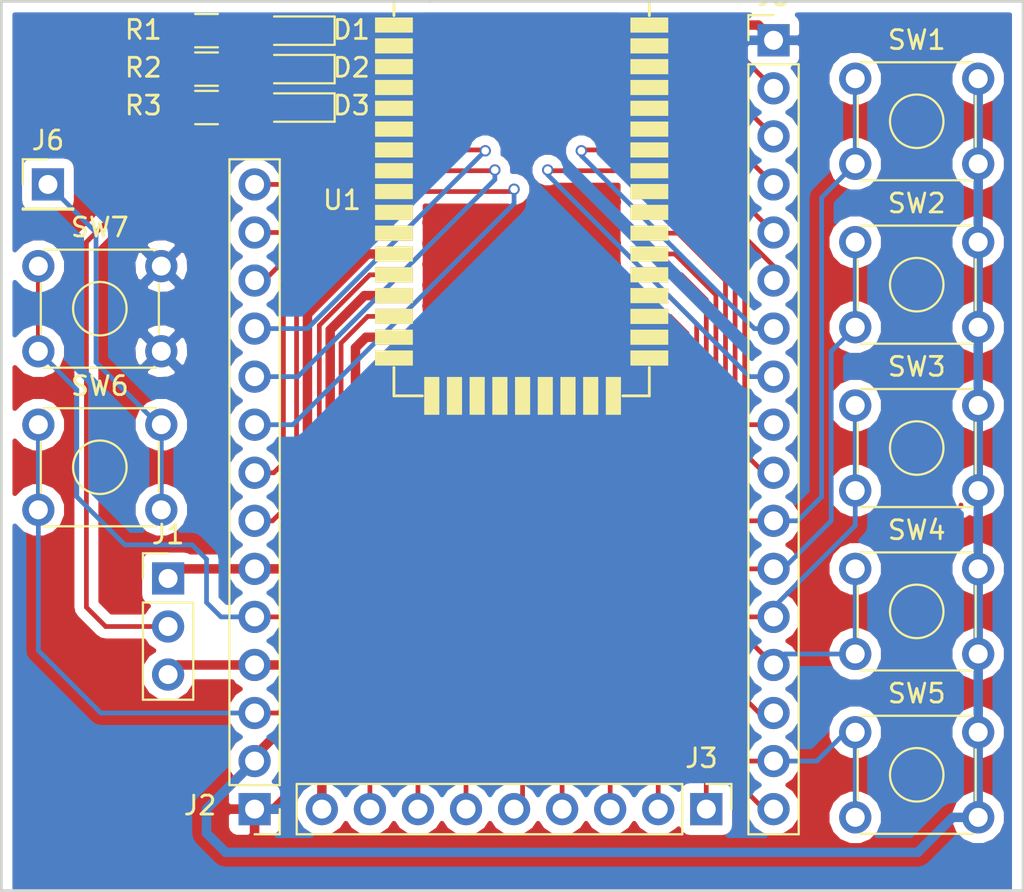
<source format=kicad_pcb>
(kicad_pcb (version 4) (host pcbnew 4.0.7)

  (general
    (links 80)
    (no_connects 0)
    (area 119.712381 43.374999 186.35 102.700001)
    (thickness 1.6)
    (drawings 10)
    (tracks 250)
    (zones 0)
    (modules 19)
    (nets 48)
  )

  (page A4)
  (layers
    (0 F.Cu signal hide)
    (31 B.Cu signal hide)
    (32 B.Adhes user hide)
    (33 F.Adhes user hide)
    (34 B.Paste user hide)
    (35 F.Paste user hide)
    (36 B.SilkS user hide)
    (37 F.SilkS user hide)
    (38 B.Mask user hide)
    (39 F.Mask user hide)
    (40 Dwgs.User user hide)
    (41 Cmts.User user hide)
    (42 Eco1.User user hide)
    (43 Eco2.User user hide)
    (44 Edge.Cuts user)
    (45 Margin user hide)
    (46 B.CrtYd user hide)
    (47 F.CrtYd user hide)
    (48 B.Fab user hide)
    (49 F.Fab user hide)
  )

  (setup
    (last_trace_width 0.25)
    (trace_clearance 0.2)
    (zone_clearance 0.508)
    (zone_45_only no)
    (trace_min 0.2)
    (segment_width 0.2)
    (edge_width 0.15)
    (via_size 0.6)
    (via_drill 0.4)
    (via_min_size 0.4)
    (via_min_drill 0.3)
    (uvia_size 0.3)
    (uvia_drill 0.1)
    (uvias_allowed no)
    (uvia_min_size 0.2)
    (uvia_min_drill 0.1)
    (pcb_text_width 0.3)
    (pcb_text_size 1.5 1.5)
    (mod_edge_width 0.15)
    (mod_text_size 1 1)
    (mod_text_width 0.15)
    (pad_size 1.524 1.524)
    (pad_drill 0.762)
    (pad_to_mask_clearance 0.2)
    (aux_axis_origin 176 96)
    (visible_elements 7FFEFFBF)
    (pcbplotparams
      (layerselection 0x010f0_80000001)
      (usegerberextensions false)
      (excludeedgelayer true)
      (linewidth 0.100000)
      (plotframeref false)
      (viasonmask false)
      (mode 1)
      (useauxorigin false)
      (hpglpennumber 1)
      (hpglpenspeed 20)
      (hpglpendiameter 15)
      (hpglpenoverlay 2)
      (psnegative false)
      (psa4output false)
      (plotreference true)
      (plotvalue true)
      (plotinvisibletext false)
      (padsonsilk false)
      (subtractmaskfromsilk false)
      (outputformat 1)
      (mirror false)
      (drillshape 0)
      (scaleselection 1)
      (outputdirectory gerber/))
  )

  (net 0 "")
  (net 1 "Net-(D1-Pad1)")
  (net 2 "Net-(D1-Pad2)")
  (net 3 "Net-(D2-Pad1)")
  (net 4 "Net-(D2-Pad2)")
  (net 5 "Net-(D3-Pad1)")
  (net 6 "Net-(D3-Pad2)")
  (net 7 /VBUS)
  (net 8 "Net-(J1-Pad2)")
  (net 9 /VBAT)
  (net 10 GND)
  (net 11 /1V8)
  (net 12 "Net-(J2-Pad7)")
  (net 13 "Net-(J2-Pad8)")
  (net 14 "Net-(J2-Pad9)")
  (net 15 "Net-(J2-Pad10)")
  (net 16 "Net-(J2-Pad11)")
  (net 17 "Net-(J2-Pad12)")
  (net 18 "Net-(J2-Pad13)")
  (net 19 "Net-(J2-Pad14)")
  (net 20 "Net-(J3-Pad1)")
  (net 21 "Net-(J3-Pad2)")
  (net 22 "Net-(J3-Pad3)")
  (net 23 "Net-(J3-Pad4)")
  (net 24 "Net-(J3-Pad5)")
  (net 25 "Net-(J3-Pad6)")
  (net 26 "Net-(J3-Pad7)")
  (net 27 "Net-(J3-Pad8)")
  (net 28 /SPK_R_N)
  (net 29 /SPK_R_P)
  (net 30 /SPK_L_N)
  (net 31 /SPK_L_P)
  (net 32 "Net-(J5-Pad6)")
  (net 33 "Net-(J5-Pad7)")
  (net 34 "Net-(J5-Pad8)")
  (net 35 "Net-(J5-Pad9)")
  (net 36 "Net-(J5-Pad10)")
  (net 37 /VOL+)
  (net 38 /VOL-)
  (net 39 /TRACK+)
  (net 40 /TRACK-)
  (net 41 "Net-(J5-Pad15)")
  (net 42 /PLAY)
  (net 43 "Net-(J5-Pad17)")
  (net 44 "Net-(J6-Pad1)")
  (net 45 /RST)
  (net 46 /PWR_EN)
  (net 47 /CHR_EXT)

  (net_class Default "Dies ist die voreingestellte Netzklasse."
    (clearance 0.2)
    (trace_width 0.25)
    (via_dia 0.6)
    (via_drill 0.4)
    (uvia_dia 0.3)
    (uvia_drill 0.1)
    (add_net /PLAY)
    (add_net /PWR_EN)
    (add_net /RST)
    (add_net /SPK_L_N)
    (add_net /SPK_L_P)
    (add_net /SPK_R_N)
    (add_net /SPK_R_P)
    (add_net /TRACK+)
    (add_net /TRACK-)
    (add_net /VOL+)
    (add_net /VOL-)
    (add_net "Net-(D1-Pad1)")
    (add_net "Net-(D1-Pad2)")
    (add_net "Net-(D2-Pad1)")
    (add_net "Net-(D2-Pad2)")
    (add_net "Net-(D3-Pad1)")
    (add_net "Net-(D3-Pad2)")
    (add_net "Net-(J1-Pad2)")
    (add_net "Net-(J2-Pad10)")
    (add_net "Net-(J2-Pad11)")
    (add_net "Net-(J2-Pad12)")
    (add_net "Net-(J2-Pad13)")
    (add_net "Net-(J2-Pad14)")
    (add_net "Net-(J2-Pad7)")
    (add_net "Net-(J2-Pad8)")
    (add_net "Net-(J2-Pad9)")
    (add_net "Net-(J3-Pad1)")
    (add_net "Net-(J3-Pad2)")
    (add_net "Net-(J3-Pad3)")
    (add_net "Net-(J3-Pad4)")
    (add_net "Net-(J3-Pad5)")
    (add_net "Net-(J3-Pad6)")
    (add_net "Net-(J3-Pad7)")
    (add_net "Net-(J3-Pad8)")
    (add_net "Net-(J5-Pad10)")
    (add_net "Net-(J5-Pad15)")
    (add_net "Net-(J5-Pad17)")
    (add_net "Net-(J5-Pad6)")
    (add_net "Net-(J5-Pad7)")
    (add_net "Net-(J5-Pad8)")
    (add_net "Net-(J5-Pad9)")
    (add_net "Net-(J6-Pad1)")
  )

  (net_class pwr ""
    (clearance 0.2)
    (trace_width 0.5)
    (via_dia 0.8)
    (via_drill 0.6)
    (uvia_dia 0.6)
    (uvia_drill 0.3)
    (add_net /1V8)
    (add_net /CHR_EXT)
    (add_net /VBAT)
    (add_net /VBUS)
    (add_net GND)
  )

  (module Buttons_Switches_THT:SW_TH_Tactile_Omron_B3F-10xx (layer F.Cu) (tedit 5928351D) (tstamp 5A7DEFB8)
    (at 123.952 62.992)
    (descr SW_TH_Tactile_Omron_B3F-10xx_https://www.omron.com/ecb/products/pdf/en-b3f.pdf)
    (tags "Omron B3F-10xx")
    (path /5A64DE60)
    (fp_text reference SW7 (at 3.25 -2.05) (layer F.SilkS)
      (effects (font (size 1 1) (thickness 0.15)))
    )
    (fp_text value RST (at 3.2 6.5) (layer F.Fab)
      (effects (font (size 1 1) (thickness 0.15)))
    )
    (fp_line (start 0.25 -0.75) (end 0.25 5.25) (layer F.Fab) (width 0.1))
    (fp_line (start 6.25 -0.75) (end 6.25 5.25) (layer F.Fab) (width 0.1))
    (fp_line (start 0.25 -0.75) (end 6.25 -0.75) (layer F.Fab) (width 0.1))
    (fp_text user %R (at 3.25 2.25) (layer F.Fab)
      (effects (font (size 1 1) (thickness 0.15)))
    )
    (fp_line (start 7.65 -1.15) (end -1.1 -1.15) (layer F.CrtYd) (width 0.05))
    (fp_line (start 7.6 5.6) (end 7.6 -1.1) (layer F.CrtYd) (width 0.05))
    (fp_line (start -1.1 5.6) (end 7.6 5.6) (layer F.CrtYd) (width 0.05))
    (fp_line (start -1.1 -1.15) (end -1.1 5.6) (layer F.CrtYd) (width 0.05))
    (fp_circle (center 3.25 2.25) (end 4.25 3.25) (layer F.SilkS) (width 0.12))
    (fp_line (start 0.28 5.37) (end 6.22 5.37) (layer F.SilkS) (width 0.12))
    (fp_line (start 0.28 -0.87) (end 6.22 -0.87) (layer F.SilkS) (width 0.12))
    (fp_line (start 0.13 3.59) (end 0.13 0.91) (layer F.SilkS) (width 0.12))
    (fp_line (start 6.37 0.91) (end 6.37 3.59) (layer F.SilkS) (width 0.12))
    (fp_line (start 0.25 5.25) (end 6.25 5.25) (layer F.Fab) (width 0.1))
    (pad 4 thru_hole circle (at 6.5 4.5) (size 1.7 1.7) (drill 1) (layers *.Cu *.Mask)
      (net 10 GND))
    (pad 3 thru_hole circle (at 0 4.5) (size 1.7 1.7) (drill 1) (layers *.Cu *.Mask)
      (net 45 /RST))
    (pad 2 thru_hole circle (at 6.5 0) (size 1.7 1.7) (drill 1) (layers *.Cu *.Mask)
      (net 10 GND))
    (pad 1 thru_hole circle (at 0 0) (size 1.7 1.7) (drill 1) (layers *.Cu *.Mask)
      (net 45 /RST))
    (model ${KISYS3DMOD}/Buttons_Switches_THT.3dshapes/SW_TH_Tactile_Omron_B3F-10xx.wrl
      (at (xyz 0 0 0))
      (scale (xyz 1 1 1))
      (rotate (xyz 0 0 0))
    )
  )

  (module Pin_Headers:Pin_Header_Straight_1x14_Pitch2.54mm (layer F.Cu) (tedit 5A7DEC06) (tstamp 5A6E16E4)
    (at 135.382 91.694 180)
    (descr "Through hole straight pin header, 1x14, 2.54mm pitch, single row")
    (tags "Through hole pin header THT 1x14 2.54mm single row")
    (path /5A650209)
    (fp_text reference J2 (at 2.882 0.194 180) (layer F.SilkS)
      (effects (font (size 1 1) (thickness 0.15)))
    )
    (fp_text value Conn_01x14 (at 0 35.35 180) (layer F.Fab)
      (effects (font (size 1 1) (thickness 0.15)))
    )
    (fp_line (start -0.635 -1.27) (end 1.27 -1.27) (layer F.Fab) (width 0.1))
    (fp_line (start 1.27 -1.27) (end 1.27 34.29) (layer F.Fab) (width 0.1))
    (fp_line (start 1.27 34.29) (end -1.27 34.29) (layer F.Fab) (width 0.1))
    (fp_line (start -1.27 34.29) (end -1.27 -0.635) (layer F.Fab) (width 0.1))
    (fp_line (start -1.27 -0.635) (end -0.635 -1.27) (layer F.Fab) (width 0.1))
    (fp_line (start -1.33 34.35) (end 1.33 34.35) (layer F.SilkS) (width 0.12))
    (fp_line (start -1.33 1.27) (end -1.33 34.35) (layer F.SilkS) (width 0.12))
    (fp_line (start 1.33 1.27) (end 1.33 34.35) (layer F.SilkS) (width 0.12))
    (fp_line (start -1.33 1.27) (end 1.33 1.27) (layer F.SilkS) (width 0.12))
    (fp_line (start -1.33 0) (end -1.33 -1.33) (layer F.SilkS) (width 0.12))
    (fp_line (start -1.33 -1.33) (end 0 -1.33) (layer F.SilkS) (width 0.12))
    (fp_line (start -1.8 -1.8) (end -1.8 34.8) (layer F.CrtYd) (width 0.05))
    (fp_line (start -1.8 34.8) (end 1.8 34.8) (layer F.CrtYd) (width 0.05))
    (fp_line (start 1.8 34.8) (end 1.8 -1.8) (layer F.CrtYd) (width 0.05))
    (fp_line (start 1.8 -1.8) (end -1.8 -1.8) (layer F.CrtYd) (width 0.05))
    (fp_text user %R (at 0 16.51 270) (layer F.Fab)
      (effects (font (size 1 1) (thickness 0.15)))
    )
    (pad 1 thru_hole rect (at 0 0 180) (size 1.7 1.7) (drill 1) (layers *.Cu *.Mask)
      (net 10 GND))
    (pad 2 thru_hole oval (at 0 2.54 180) (size 1.7 1.7) (drill 1) (layers *.Cu *.Mask)
      (net 11 /1V8))
    (pad 3 thru_hole oval (at 0 5.08 180) (size 1.7 1.7) (drill 1) (layers *.Cu *.Mask)
      (net 46 /PWR_EN))
    (pad 4 thru_hole oval (at 0 7.62 180) (size 1.7 1.7) (drill 1) (layers *.Cu *.Mask)
      (net 9 /VBAT))
    (pad 5 thru_hole oval (at 0 10.16 180) (size 1.7 1.7) (drill 1) (layers *.Cu *.Mask)
      (net 45 /RST))
    (pad 6 thru_hole oval (at 0 12.7 180) (size 1.7 1.7) (drill 1) (layers *.Cu *.Mask)
      (net 7 /VBUS))
    (pad 7 thru_hole oval (at 0 15.24 180) (size 1.7 1.7) (drill 1) (layers *.Cu *.Mask)
      (net 12 "Net-(J2-Pad7)"))
    (pad 8 thru_hole oval (at 0 17.78 180) (size 1.7 1.7) (drill 1) (layers *.Cu *.Mask)
      (net 13 "Net-(J2-Pad8)"))
    (pad 9 thru_hole oval (at 0 20.32 180) (size 1.7 1.7) (drill 1) (layers *.Cu *.Mask)
      (net 14 "Net-(J2-Pad9)"))
    (pad 10 thru_hole oval (at 0 22.86 180) (size 1.7 1.7) (drill 1) (layers *.Cu *.Mask)
      (net 15 "Net-(J2-Pad10)"))
    (pad 11 thru_hole oval (at 0 25.4 180) (size 1.7 1.7) (drill 1) (layers *.Cu *.Mask)
      (net 16 "Net-(J2-Pad11)"))
    (pad 12 thru_hole oval (at 0 27.94 180) (size 1.7 1.7) (drill 1) (layers *.Cu *.Mask)
      (net 17 "Net-(J2-Pad12)"))
    (pad 13 thru_hole oval (at 0 30.48 180) (size 1.7 1.7) (drill 1) (layers *.Cu *.Mask)
      (net 18 "Net-(J2-Pad13)"))
    (pad 14 thru_hole oval (at 0 33.02 180) (size 1.7 1.7) (drill 1) (layers *.Cu *.Mask)
      (net 19 "Net-(J2-Pad14)"))
    (model ${KISYS3DMOD}/Pin_Headers.3dshapes/Pin_Header_Straight_1x14_Pitch2.54mm.wrl
      (at (xyz 0 0 0))
      (scale (xyz 1 1 1))
      (rotate (xyz 0 0 0))
    )
  )

  (module Pin_Headers:Pin_Header_Straight_1x17_Pitch2.54mm (layer F.Cu) (tedit 59650532) (tstamp 5A6E1708)
    (at 162.814 51.054)
    (descr "Through hole straight pin header, 1x17, 2.54mm pitch, single row")
    (tags "Through hole pin header THT 1x17 2.54mm single row")
    (path /5A64EFC3)
    (fp_text reference J5 (at 0 -2.33) (layer F.SilkS)
      (effects (font (size 1 1) (thickness 0.15)))
    )
    (fp_text value Conn_01x17 (at 0 42.97) (layer F.Fab)
      (effects (font (size 1 1) (thickness 0.15)))
    )
    (fp_line (start -0.635 -1.27) (end 1.27 -1.27) (layer F.Fab) (width 0.1))
    (fp_line (start 1.27 -1.27) (end 1.27 41.91) (layer F.Fab) (width 0.1))
    (fp_line (start 1.27 41.91) (end -1.27 41.91) (layer F.Fab) (width 0.1))
    (fp_line (start -1.27 41.91) (end -1.27 -0.635) (layer F.Fab) (width 0.1))
    (fp_line (start -1.27 -0.635) (end -0.635 -1.27) (layer F.Fab) (width 0.1))
    (fp_line (start -1.33 41.97) (end 1.33 41.97) (layer F.SilkS) (width 0.12))
    (fp_line (start -1.33 1.27) (end -1.33 41.97) (layer F.SilkS) (width 0.12))
    (fp_line (start 1.33 1.27) (end 1.33 41.97) (layer F.SilkS) (width 0.12))
    (fp_line (start -1.33 1.27) (end 1.33 1.27) (layer F.SilkS) (width 0.12))
    (fp_line (start -1.33 0) (end -1.33 -1.33) (layer F.SilkS) (width 0.12))
    (fp_line (start -1.33 -1.33) (end 0 -1.33) (layer F.SilkS) (width 0.12))
    (fp_line (start -1.8 -1.8) (end -1.8 42.45) (layer F.CrtYd) (width 0.05))
    (fp_line (start -1.8 42.45) (end 1.8 42.45) (layer F.CrtYd) (width 0.05))
    (fp_line (start 1.8 42.45) (end 1.8 -1.8) (layer F.CrtYd) (width 0.05))
    (fp_line (start 1.8 -1.8) (end -1.8 -1.8) (layer F.CrtYd) (width 0.05))
    (fp_text user %R (at 0 20.32 90) (layer F.Fab)
      (effects (font (size 1 1) (thickness 0.15)))
    )
    (pad 1 thru_hole rect (at 0 0) (size 1.7 1.7) (drill 1) (layers *.Cu *.Mask)
      (net 10 GND))
    (pad 2 thru_hole oval (at 0 2.54) (size 1.7 1.7) (drill 1) (layers *.Cu *.Mask)
      (net 31 /SPK_L_P))
    (pad 3 thru_hole oval (at 0 5.08) (size 1.7 1.7) (drill 1) (layers *.Cu *.Mask)
      (net 30 /SPK_L_N))
    (pad 4 thru_hole oval (at 0 7.62) (size 1.7 1.7) (drill 1) (layers *.Cu *.Mask)
      (net 29 /SPK_R_P))
    (pad 5 thru_hole oval (at 0 10.16) (size 1.7 1.7) (drill 1) (layers *.Cu *.Mask)
      (net 28 /SPK_R_N))
    (pad 6 thru_hole oval (at 0 12.7) (size 1.7 1.7) (drill 1) (layers *.Cu *.Mask)
      (net 32 "Net-(J5-Pad6)"))
    (pad 7 thru_hole oval (at 0 15.24) (size 1.7 1.7) (drill 1) (layers *.Cu *.Mask)
      (net 33 "Net-(J5-Pad7)"))
    (pad 8 thru_hole oval (at 0 17.78) (size 1.7 1.7) (drill 1) (layers *.Cu *.Mask)
      (net 34 "Net-(J5-Pad8)"))
    (pad 9 thru_hole oval (at 0 20.32) (size 1.7 1.7) (drill 1) (layers *.Cu *.Mask)
      (net 35 "Net-(J5-Pad9)"))
    (pad 10 thru_hole oval (at 0 22.86) (size 1.7 1.7) (drill 1) (layers *.Cu *.Mask)
      (net 36 "Net-(J5-Pad10)"))
    (pad 11 thru_hole oval (at 0 25.4) (size 1.7 1.7) (drill 1) (layers *.Cu *.Mask)
      (net 37 /VOL+))
    (pad 12 thru_hole oval (at 0 27.94) (size 1.7 1.7) (drill 1) (layers *.Cu *.Mask)
      (net 38 /VOL-))
    (pad 13 thru_hole oval (at 0 30.48) (size 1.7 1.7) (drill 1) (layers *.Cu *.Mask)
      (net 39 /TRACK+))
    (pad 14 thru_hole oval (at 0 33.02) (size 1.7 1.7) (drill 1) (layers *.Cu *.Mask)
      (net 40 /TRACK-))
    (pad 15 thru_hole oval (at 0 35.56) (size 1.7 1.7) (drill 1) (layers *.Cu *.Mask)
      (net 41 "Net-(J5-Pad15)"))
    (pad 16 thru_hole oval (at 0 38.1) (size 1.7 1.7) (drill 1) (layers *.Cu *.Mask)
      (net 42 /PLAY))
    (pad 17 thru_hole oval (at 0 40.64) (size 1.7 1.7) (drill 1) (layers *.Cu *.Mask)
      (net 43 "Net-(J5-Pad17)"))
    (model ${KISYS3DMOD}/Pin_Headers.3dshapes/Pin_Header_Straight_1x17_Pitch2.54mm.wrl
      (at (xyz 0 0 0))
      (scale (xyz 1 1 1))
      (rotate (xyz 0 0 0))
    )
  )

  (module LEDs:LED_0805_HandSoldering (layer F.Cu) (tedit 5A7DEB0A) (tstamp 5A664F3B)
    (at 137.414 50.546 180)
    (descr "Resistor SMD 0805, hand soldering")
    (tags "resistor 0805")
    (path /5A64A909)
    (attr smd)
    (fp_text reference D1 (at -3.086 0.046 180) (layer F.SilkS)
      (effects (font (size 1 1) (thickness 0.15)))
    )
    (fp_text value "LED GREEN" (at 10.914 0.046 180) (layer F.Fab)
      (effects (font (size 1 1) (thickness 0.15)))
    )
    (fp_line (start -0.4 -0.4) (end -0.4 0.4) (layer F.Fab) (width 0.1))
    (fp_line (start -0.4 0) (end 0.2 -0.4) (layer F.Fab) (width 0.1))
    (fp_line (start 0.2 0.4) (end -0.4 0) (layer F.Fab) (width 0.1))
    (fp_line (start 0.2 -0.4) (end 0.2 0.4) (layer F.Fab) (width 0.1))
    (fp_line (start -1 0.62) (end -1 -0.62) (layer F.Fab) (width 0.1))
    (fp_line (start 1 0.62) (end -1 0.62) (layer F.Fab) (width 0.1))
    (fp_line (start 1 -0.62) (end 1 0.62) (layer F.Fab) (width 0.1))
    (fp_line (start -1 -0.62) (end 1 -0.62) (layer F.Fab) (width 0.1))
    (fp_line (start 1 0.75) (end -2.2 0.75) (layer F.SilkS) (width 0.12))
    (fp_line (start -2.2 -0.75) (end 1 -0.75) (layer F.SilkS) (width 0.12))
    (fp_line (start -2.35 -0.9) (end 2.35 -0.9) (layer F.CrtYd) (width 0.05))
    (fp_line (start -2.35 -0.9) (end -2.35 0.9) (layer F.CrtYd) (width 0.05))
    (fp_line (start 2.35 0.9) (end 2.35 -0.9) (layer F.CrtYd) (width 0.05))
    (fp_line (start 2.35 0.9) (end -2.35 0.9) (layer F.CrtYd) (width 0.05))
    (fp_line (start -2.2 -0.75) (end -2.2 0.75) (layer F.SilkS) (width 0.12))
    (pad 1 smd rect (at -1.35 0 180) (size 1.5 1.3) (layers F.Cu F.Paste F.Mask)
      (net 1 "Net-(D1-Pad1)"))
    (pad 2 smd rect (at 1.35 0 180) (size 1.5 1.3) (layers F.Cu F.Paste F.Mask)
      (net 2 "Net-(D1-Pad2)"))
    (model ${KISYS3DMOD}/LEDs.3dshapes/LED_0805.wrl
      (at (xyz 0 0 0))
      (scale (xyz 1 1 1))
      (rotate (xyz 0 0 0))
    )
  )

  (module LEDs:LED_0805_HandSoldering (layer F.Cu) (tedit 5A7DEB08) (tstamp 5A664F41)
    (at 137.414 52.578 180)
    (descr "Resistor SMD 0805, hand soldering")
    (tags "resistor 0805")
    (path /5A64A968)
    (attr smd)
    (fp_text reference D2 (at -3.086 0.078 180) (layer F.SilkS)
      (effects (font (size 1 1) (thickness 0.15)))
    )
    (fp_text value "LED BLUE" (at 11.414 0.078 180) (layer F.Fab)
      (effects (font (size 1 1) (thickness 0.15)))
    )
    (fp_line (start -0.4 -0.4) (end -0.4 0.4) (layer F.Fab) (width 0.1))
    (fp_line (start -0.4 0) (end 0.2 -0.4) (layer F.Fab) (width 0.1))
    (fp_line (start 0.2 0.4) (end -0.4 0) (layer F.Fab) (width 0.1))
    (fp_line (start 0.2 -0.4) (end 0.2 0.4) (layer F.Fab) (width 0.1))
    (fp_line (start -1 0.62) (end -1 -0.62) (layer F.Fab) (width 0.1))
    (fp_line (start 1 0.62) (end -1 0.62) (layer F.Fab) (width 0.1))
    (fp_line (start 1 -0.62) (end 1 0.62) (layer F.Fab) (width 0.1))
    (fp_line (start -1 -0.62) (end 1 -0.62) (layer F.Fab) (width 0.1))
    (fp_line (start 1 0.75) (end -2.2 0.75) (layer F.SilkS) (width 0.12))
    (fp_line (start -2.2 -0.75) (end 1 -0.75) (layer F.SilkS) (width 0.12))
    (fp_line (start -2.35 -0.9) (end 2.35 -0.9) (layer F.CrtYd) (width 0.05))
    (fp_line (start -2.35 -0.9) (end -2.35 0.9) (layer F.CrtYd) (width 0.05))
    (fp_line (start 2.35 0.9) (end 2.35 -0.9) (layer F.CrtYd) (width 0.05))
    (fp_line (start 2.35 0.9) (end -2.35 0.9) (layer F.CrtYd) (width 0.05))
    (fp_line (start -2.2 -0.75) (end -2.2 0.75) (layer F.SilkS) (width 0.12))
    (pad 1 smd rect (at -1.35 0 180) (size 1.5 1.3) (layers F.Cu F.Paste F.Mask)
      (net 3 "Net-(D2-Pad1)"))
    (pad 2 smd rect (at 1.35 0 180) (size 1.5 1.3) (layers F.Cu F.Paste F.Mask)
      (net 4 "Net-(D2-Pad2)"))
    (model ${KISYS3DMOD}/LEDs.3dshapes/LED_0805.wrl
      (at (xyz 0 0 0))
      (scale (xyz 1 1 1))
      (rotate (xyz 0 0 0))
    )
  )

  (module LEDs:LED_0805_HandSoldering (layer F.Cu) (tedit 5A7DEB06) (tstamp 5A664F47)
    (at 137.414 54.61 180)
    (descr "Resistor SMD 0805, hand soldering")
    (tags "resistor 0805")
    (path /5A64A99B)
    (attr smd)
    (fp_text reference D3 (at -3.086 0.11 180) (layer F.SilkS)
      (effects (font (size 1 1) (thickness 0.15)))
    )
    (fp_text value "LED RED" (at 11.914 0.11 180) (layer F.Fab)
      (effects (font (size 1 1) (thickness 0.15)))
    )
    (fp_line (start -0.4 -0.4) (end -0.4 0.4) (layer F.Fab) (width 0.1))
    (fp_line (start -0.4 0) (end 0.2 -0.4) (layer F.Fab) (width 0.1))
    (fp_line (start 0.2 0.4) (end -0.4 0) (layer F.Fab) (width 0.1))
    (fp_line (start 0.2 -0.4) (end 0.2 0.4) (layer F.Fab) (width 0.1))
    (fp_line (start -1 0.62) (end -1 -0.62) (layer F.Fab) (width 0.1))
    (fp_line (start 1 0.62) (end -1 0.62) (layer F.Fab) (width 0.1))
    (fp_line (start 1 -0.62) (end 1 0.62) (layer F.Fab) (width 0.1))
    (fp_line (start -1 -0.62) (end 1 -0.62) (layer F.Fab) (width 0.1))
    (fp_line (start 1 0.75) (end -2.2 0.75) (layer F.SilkS) (width 0.12))
    (fp_line (start -2.2 -0.75) (end 1 -0.75) (layer F.SilkS) (width 0.12))
    (fp_line (start -2.35 -0.9) (end 2.35 -0.9) (layer F.CrtYd) (width 0.05))
    (fp_line (start -2.35 -0.9) (end -2.35 0.9) (layer F.CrtYd) (width 0.05))
    (fp_line (start 2.35 0.9) (end 2.35 -0.9) (layer F.CrtYd) (width 0.05))
    (fp_line (start 2.35 0.9) (end -2.35 0.9) (layer F.CrtYd) (width 0.05))
    (fp_line (start -2.2 -0.75) (end -2.2 0.75) (layer F.SilkS) (width 0.12))
    (pad 1 smd rect (at -1.35 0 180) (size 1.5 1.3) (layers F.Cu F.Paste F.Mask)
      (net 5 "Net-(D3-Pad1)"))
    (pad 2 smd rect (at 1.35 0 180) (size 1.5 1.3) (layers F.Cu F.Paste F.Mask)
      (net 6 "Net-(D3-Pad2)"))
    (model ${KISYS3DMOD}/LEDs.3dshapes/LED_0805.wrl
      (at (xyz 0 0 0))
      (scale (xyz 1 1 1))
      (rotate (xyz 0 0 0))
    )
  )

  (module Resistors_SMD:R_0805_HandSoldering (layer F.Cu) (tedit 5A7DEB00) (tstamp 5A664F95)
    (at 132.842 50.546 180)
    (descr "Resistor SMD 0805, hand soldering")
    (tags "resistor 0805")
    (path /5A64AA86)
    (attr smd)
    (fp_text reference R1 (at 3.342 0.046 180) (layer F.SilkS)
      (effects (font (size 1 1) (thickness 0.15)))
    )
    (fp_text value 1k (at 0 1.75 180) (layer F.Fab)
      (effects (font (size 1 1) (thickness 0.15)))
    )
    (fp_text user %R (at 0 0 180) (layer F.Fab)
      (effects (font (size 0.5 0.5) (thickness 0.075)))
    )
    (fp_line (start -1 0.62) (end -1 -0.62) (layer F.Fab) (width 0.1))
    (fp_line (start 1 0.62) (end -1 0.62) (layer F.Fab) (width 0.1))
    (fp_line (start 1 -0.62) (end 1 0.62) (layer F.Fab) (width 0.1))
    (fp_line (start -1 -0.62) (end 1 -0.62) (layer F.Fab) (width 0.1))
    (fp_line (start 0.6 0.88) (end -0.6 0.88) (layer F.SilkS) (width 0.12))
    (fp_line (start -0.6 -0.88) (end 0.6 -0.88) (layer F.SilkS) (width 0.12))
    (fp_line (start -2.35 -0.9) (end 2.35 -0.9) (layer F.CrtYd) (width 0.05))
    (fp_line (start -2.35 -0.9) (end -2.35 0.9) (layer F.CrtYd) (width 0.05))
    (fp_line (start 2.35 0.9) (end 2.35 -0.9) (layer F.CrtYd) (width 0.05))
    (fp_line (start 2.35 0.9) (end -2.35 0.9) (layer F.CrtYd) (width 0.05))
    (pad 1 smd rect (at -1.35 0 180) (size 1.5 1.3) (layers F.Cu F.Paste F.Mask)
      (net 2 "Net-(D1-Pad2)"))
    (pad 2 smd rect (at 1.35 0 180) (size 1.5 1.3) (layers F.Cu F.Paste F.Mask)
      (net 8 "Net-(J1-Pad2)"))
    (model ${KISYS3DMOD}/Resistors_SMD.3dshapes/R_0805.wrl
      (at (xyz 0 0 0))
      (scale (xyz 1 1 1))
      (rotate (xyz 0 0 0))
    )
  )

  (module Resistors_SMD:R_0805_HandSoldering (layer F.Cu) (tedit 5A7DEB02) (tstamp 5A664F9B)
    (at 132.842 52.578 180)
    (descr "Resistor SMD 0805, hand soldering")
    (tags "resistor 0805")
    (path /5A64AA41)
    (attr smd)
    (fp_text reference R2 (at 3.342 0.078 180) (layer F.SilkS)
      (effects (font (size 1 1) (thickness 0.15)))
    )
    (fp_text value 1k (at 0 1.75 180) (layer F.Fab)
      (effects (font (size 1 1) (thickness 0.15)))
    )
    (fp_text user %R (at 0 0 180) (layer F.Fab)
      (effects (font (size 0.5 0.5) (thickness 0.075)))
    )
    (fp_line (start -1 0.62) (end -1 -0.62) (layer F.Fab) (width 0.1))
    (fp_line (start 1 0.62) (end -1 0.62) (layer F.Fab) (width 0.1))
    (fp_line (start 1 -0.62) (end 1 0.62) (layer F.Fab) (width 0.1))
    (fp_line (start -1 -0.62) (end 1 -0.62) (layer F.Fab) (width 0.1))
    (fp_line (start 0.6 0.88) (end -0.6 0.88) (layer F.SilkS) (width 0.12))
    (fp_line (start -0.6 -0.88) (end 0.6 -0.88) (layer F.SilkS) (width 0.12))
    (fp_line (start -2.35 -0.9) (end 2.35 -0.9) (layer F.CrtYd) (width 0.05))
    (fp_line (start -2.35 -0.9) (end -2.35 0.9) (layer F.CrtYd) (width 0.05))
    (fp_line (start 2.35 0.9) (end 2.35 -0.9) (layer F.CrtYd) (width 0.05))
    (fp_line (start 2.35 0.9) (end -2.35 0.9) (layer F.CrtYd) (width 0.05))
    (pad 1 smd rect (at -1.35 0 180) (size 1.5 1.3) (layers F.Cu F.Paste F.Mask)
      (net 4 "Net-(D2-Pad2)"))
    (pad 2 smd rect (at 1.35 0 180) (size 1.5 1.3) (layers F.Cu F.Paste F.Mask)
      (net 8 "Net-(J1-Pad2)"))
    (model ${KISYS3DMOD}/Resistors_SMD.3dshapes/R_0805.wrl
      (at (xyz 0 0 0))
      (scale (xyz 1 1 1))
      (rotate (xyz 0 0 0))
    )
  )

  (module Resistors_SMD:R_0805_HandSoldering (layer F.Cu) (tedit 5A7DEB03) (tstamp 5A664FA1)
    (at 132.842 54.61 180)
    (descr "Resistor SMD 0805, hand soldering")
    (tags "resistor 0805")
    (path /5A64A9F8)
    (attr smd)
    (fp_text reference R3 (at 3.342 0.11 180) (layer F.SilkS)
      (effects (font (size 1 1) (thickness 0.15)))
    )
    (fp_text value 1k (at 0 1.75 180) (layer F.Fab)
      (effects (font (size 1 1) (thickness 0.15)))
    )
    (fp_text user %R (at 0 0 180) (layer F.Fab)
      (effects (font (size 0.5 0.5) (thickness 0.075)))
    )
    (fp_line (start -1 0.62) (end -1 -0.62) (layer F.Fab) (width 0.1))
    (fp_line (start 1 0.62) (end -1 0.62) (layer F.Fab) (width 0.1))
    (fp_line (start 1 -0.62) (end 1 0.62) (layer F.Fab) (width 0.1))
    (fp_line (start -1 -0.62) (end 1 -0.62) (layer F.Fab) (width 0.1))
    (fp_line (start 0.6 0.88) (end -0.6 0.88) (layer F.SilkS) (width 0.12))
    (fp_line (start -0.6 -0.88) (end 0.6 -0.88) (layer F.SilkS) (width 0.12))
    (fp_line (start -2.35 -0.9) (end 2.35 -0.9) (layer F.CrtYd) (width 0.05))
    (fp_line (start -2.35 -0.9) (end -2.35 0.9) (layer F.CrtYd) (width 0.05))
    (fp_line (start 2.35 0.9) (end 2.35 -0.9) (layer F.CrtYd) (width 0.05))
    (fp_line (start 2.35 0.9) (end -2.35 0.9) (layer F.CrtYd) (width 0.05))
    (pad 1 smd rect (at -1.35 0 180) (size 1.5 1.3) (layers F.Cu F.Paste F.Mask)
      (net 6 "Net-(D3-Pad2)"))
    (pad 2 smd rect (at 1.35 0 180) (size 1.5 1.3) (layers F.Cu F.Paste F.Mask)
      (net 8 "Net-(J1-Pad2)"))
    (model ${KISYS3DMOD}/Resistors_SMD.3dshapes/R_0805.wrl
      (at (xyz 0 0 0))
      (scale (xyz 1 1 1))
      (rotate (xyz 0 0 0))
    )
  )

  (module modules:F-3188_CSR8645 (layer F.Cu) (tedit 5A7DEA46) (tstamp 5A6E0E03)
    (at 142.748 69.85)
    (path /5A6E0A9E)
    (fp_text reference U1 (at -2.748 -10.35) (layer F.SilkS)
      (effects (font (size 1 1) (thickness 0.15)))
    )
    (fp_text value F-3188_CSR8645 (at 16.252 -9.85 90) (layer F.Fab)
      (effects (font (size 1 1) (thickness 0.15)))
    )
    (fp_line (start 1.91 -20.82) (end 1.91 -25.31) (layer F.SilkS) (width 0.15))
    (fp_line (start 1.91 -25.31) (end 3.84 -25.31) (layer F.SilkS) (width 0.15))
    (fp_line (start 3.84 -25.31) (end 3.84 -23.2) (layer F.SilkS) (width 0.15))
    (fp_line (start 3.84 -23.2) (end 4.39 -23.2) (layer F.SilkS) (width 0.15))
    (fp_line (start 4.39 -23.2) (end 4.39 -25.29) (layer F.SilkS) (width 0.15))
    (fp_line (start 4.39 -25.29) (end 6.31 -25.3) (layer F.SilkS) (width 0.15))
    (fp_line (start 6.31 -25.3) (end 6.31 -23.29) (layer F.SilkS) (width 0.15))
    (fp_line (start 6.31 -23.29) (end 7.16 -23.29) (layer F.SilkS) (width 0.15))
    (fp_line (start 7.16 -23.3) (end 7.15 -25.27) (layer F.SilkS) (width 0.15))
    (fp_line (start 7.15 -25.27) (end 8.85 -25.27) (layer F.SilkS) (width 0.15))
    (fp_line (start 8.85 -25.27) (end 8.85 -23.33) (layer F.SilkS) (width 0.15))
    (fp_line (start 8.87 -23.33) (end 9.66 -23.33) (layer F.SilkS) (width 0.15))
    (fp_line (start 9.66 -23.33) (end 9.66 -25.24) (layer F.SilkS) (width 0.15))
    (fp_line (start 9.66 -25.24) (end 12.62 -25.24) (layer F.SilkS) (width 0.15))
    (fp_line (start 13.5 -20.1) (end 13.5 -26.2) (layer F.SilkS) (width 0.15))
    (fp_line (start 13.5 -26.2) (end 0 -26.2) (layer F.SilkS) (width 0.15))
    (fp_line (start 0 -26.2) (end 0 -20.1) (layer F.SilkS) (width 0.15))
    (fp_line (start 13.5 -1.5) (end 13.5 0) (layer F.SilkS) (width 0.15))
    (fp_line (start 13.5 0) (end 12.1 0) (layer F.SilkS) (width 0.15))
    (fp_line (start 0 -1.5) (end 0 0) (layer F.SilkS) (width 0.15))
    (fp_line (start 0 0) (end 1.5 0) (layer F.SilkS) (width 0.15))
    (pad 1 smd rect (at 0 -19.6) (size 2 0.8) (layers F.Cu F.Paste F.SilkS F.Mask)
      (net 1 "Net-(D1-Pad1)"))
    (pad 2 smd rect (at 0 -18.5) (size 2 0.8) (layers F.Cu F.Paste F.SilkS F.Mask)
      (net 3 "Net-(D2-Pad1)"))
    (pad 3 smd rect (at 0 -17.4) (size 2 0.8) (layers F.Cu F.Paste F.SilkS F.Mask)
      (net 5 "Net-(D3-Pad1)"))
    (pad 4 smd rect (at 0 -16.3) (size 2 0.8) (layers F.Cu F.Paste F.SilkS F.Mask)
      (net 19 "Net-(J2-Pad14)"))
    (pad 5 smd rect (at 0 -15.2) (size 2 0.8) (layers F.Cu F.Paste F.SilkS F.Mask)
      (net 18 "Net-(J2-Pad13)"))
    (pad 6 smd rect (at 0 -14.1) (size 2 0.8) (layers F.Cu F.Paste F.SilkS F.Mask)
      (net 17 "Net-(J2-Pad12)"))
    (pad 7 smd rect (at 0 -13) (size 2 0.8) (layers F.Cu F.Paste F.SilkS F.Mask)
      (net 16 "Net-(J2-Pad11)"))
    (pad 8 smd rect (at 0 -11.9) (size 2 0.8) (layers F.Cu F.Paste F.SilkS F.Mask)
      (net 15 "Net-(J2-Pad10)"))
    (pad 9 smd rect (at 0 -10.8) (size 2 0.8) (layers F.Cu F.Paste F.SilkS F.Mask)
      (net 14 "Net-(J2-Pad9)"))
    (pad 10 smd rect (at 0 -9.7) (size 2 0.8) (layers F.Cu F.Paste F.SilkS F.Mask)
      (net 13 "Net-(J2-Pad8)"))
    (pad 11 smd rect (at 0 -8.6) (size 2 0.8) (layers F.Cu F.Paste F.SilkS F.Mask)
      (net 12 "Net-(J2-Pad7)"))
    (pad 12 smd rect (at 0 -7.5) (size 2 0.8) (layers F.Cu F.Paste F.SilkS F.Mask)
      (net 7 /VBUS))
    (pad 13 smd rect (at 0 -6.4) (size 2 0.8) (layers F.Cu F.Paste F.SilkS F.Mask)
      (net 45 /RST))
    (pad 14 smd rect (at 0 -5.3) (size 2 0.8) (layers F.Cu F.Paste F.SilkS F.Mask)
      (net 9 /VBAT))
    (pad 15 smd rect (at 0 -4.2) (size 2 0.8) (layers F.Cu F.Paste F.SilkS F.Mask)
      (net 46 /PWR_EN))
    (pad 16 smd rect (at 0 -3.1) (size 2 0.8) (layers F.Cu F.Paste F.SilkS F.Mask)
      (net 11 /1V8))
    (pad 17 smd rect (at 0 -2) (size 2 0.8) (layers F.Cu F.Paste F.SilkS F.Mask)
      (net 10 GND))
    (pad 18 smd rect (at 2 0) (size 0.8 2) (layers F.Cu F.Paste F.SilkS F.Mask)
      (net 47 /CHR_EXT))
    (pad 19 smd rect (at 3.2 0) (size 0.8 2) (layers F.Cu F.Paste F.SilkS F.Mask)
      (net 27 "Net-(J3-Pad8)"))
    (pad 20 smd rect (at 4.4 0) (size 0.8 2) (layers F.Cu F.Paste F.SilkS F.Mask)
      (net 26 "Net-(J3-Pad7)"))
    (pad 21 smd rect (at 5.6 0) (size 0.8 2) (layers F.Cu F.Paste F.SilkS F.Mask)
      (net 25 "Net-(J3-Pad6)"))
    (pad 22 smd rect (at 6.8 0) (size 0.8 2) (layers F.Cu F.Paste F.SilkS F.Mask)
      (net 24 "Net-(J3-Pad5)"))
    (pad 23 smd rect (at 8 0) (size 0.8 2) (layers F.Cu F.Paste F.SilkS F.Mask)
      (net 23 "Net-(J3-Pad4)"))
    (pad 24 smd rect (at 9.2 0) (size 0.8 2) (layers F.Cu F.Paste F.SilkS F.Mask)
      (net 22 "Net-(J3-Pad3)"))
    (pad 25 smd rect (at 10.4 0) (size 0.8 2) (layers F.Cu F.Paste F.SilkS F.Mask)
      (net 21 "Net-(J3-Pad2)"))
    (pad 26 smd rect (at 11.6 0) (size 0.8 2) (layers F.Cu F.Paste F.SilkS F.Mask)
      (net 20 "Net-(J3-Pad1)"))
    (pad 43 smd rect (at 13.5 -19.6) (size 2 0.8) (layers F.Cu F.Paste F.SilkS F.Mask)
      (net 10 GND))
    (pad 42 smd rect (at 13.5 -18.5) (size 2 0.8) (layers F.Cu F.Paste F.SilkS F.Mask)
      (net 31 /SPK_L_P))
    (pad 41 smd rect (at 13.5 -17.4) (size 2 0.8) (layers F.Cu F.Paste F.SilkS F.Mask)
      (net 30 /SPK_L_N))
    (pad 40 smd rect (at 13.5 -16.3) (size 2 0.8) (layers F.Cu F.Paste F.SilkS F.Mask)
      (net 29 /SPK_R_P))
    (pad 39 smd rect (at 13.5 -15.2) (size 2 0.8) (layers F.Cu F.Paste F.SilkS F.Mask)
      (net 28 /SPK_R_N))
    (pad 38 smd rect (at 13.5 -14.1) (size 2 0.8) (layers F.Cu F.Paste F.SilkS F.Mask)
      (net 32 "Net-(J5-Pad6)"))
    (pad 37 smd rect (at 13.5 -13) (size 2 0.8) (layers F.Cu F.Paste F.SilkS F.Mask)
      (net 33 "Net-(J5-Pad7)"))
    (pad 36 smd rect (at 13.5 -11.9) (size 2 0.8) (layers F.Cu F.Paste F.SilkS F.Mask)
      (net 34 "Net-(J5-Pad8)"))
    (pad 35 smd rect (at 13.5 -10.8) (size 2 0.8) (layers F.Cu F.Paste F.SilkS F.Mask)
      (net 35 "Net-(J5-Pad9)"))
    (pad 34 smd rect (at 13.5 -9.7) (size 2 0.8) (layers F.Cu F.Paste F.SilkS F.Mask)
      (net 36 "Net-(J5-Pad10)"))
    (pad 33 smd rect (at 13.5 -8.6) (size 2 0.8) (layers F.Cu F.Paste F.SilkS F.Mask)
      (net 37 /VOL+))
    (pad 32 smd rect (at 13.5 -7.5) (size 2 0.8) (layers F.Cu F.Paste F.SilkS F.Mask)
      (net 38 /VOL-))
    (pad 31 smd rect (at 13.5 -6.4) (size 2 0.8) (layers F.Cu F.Paste F.SilkS F.Mask)
      (net 39 /TRACK+))
    (pad 30 smd rect (at 13.5 -5.3) (size 2 0.8) (layers F.Cu F.Paste F.SilkS F.Mask)
      (net 40 /TRACK-))
    (pad 29 smd rect (at 13.5 -4.2) (size 2 0.8) (layers F.Cu F.Paste F.SilkS F.Mask)
      (net 41 "Net-(J5-Pad15)"))
    (pad 28 smd rect (at 13.5 -3.1) (size 2 0.8) (layers F.Cu F.Paste F.SilkS F.Mask)
      (net 42 /PLAY))
    (pad 27 smd rect (at 13.5 -2) (size 2 0.8) (layers F.Cu F.Paste F.SilkS F.Mask)
      (net 43 "Net-(J5-Pad17)"))
  )

  (module Pin_Headers:Pin_Header_Straight_1x03_Pitch2.54mm (layer F.Cu) (tedit 59650532) (tstamp 5A6E16DE)
    (at 130.81 79.502)
    (descr "Through hole straight pin header, 1x03, 2.54mm pitch, single row")
    (tags "Through hole pin header THT 1x03 2.54mm single row")
    (path /5A64AD9D)
    (fp_text reference J1 (at 0 -2.33) (layer F.SilkS)
      (effects (font (size 1 1) (thickness 0.15)))
    )
    (fp_text value Conn_01x03 (at 0 7.41) (layer F.Fab)
      (effects (font (size 1 1) (thickness 0.15)))
    )
    (fp_line (start -0.635 -1.27) (end 1.27 -1.27) (layer F.Fab) (width 0.1))
    (fp_line (start 1.27 -1.27) (end 1.27 6.35) (layer F.Fab) (width 0.1))
    (fp_line (start 1.27 6.35) (end -1.27 6.35) (layer F.Fab) (width 0.1))
    (fp_line (start -1.27 6.35) (end -1.27 -0.635) (layer F.Fab) (width 0.1))
    (fp_line (start -1.27 -0.635) (end -0.635 -1.27) (layer F.Fab) (width 0.1))
    (fp_line (start -1.33 6.41) (end 1.33 6.41) (layer F.SilkS) (width 0.12))
    (fp_line (start -1.33 1.27) (end -1.33 6.41) (layer F.SilkS) (width 0.12))
    (fp_line (start 1.33 1.27) (end 1.33 6.41) (layer F.SilkS) (width 0.12))
    (fp_line (start -1.33 1.27) (end 1.33 1.27) (layer F.SilkS) (width 0.12))
    (fp_line (start -1.33 0) (end -1.33 -1.33) (layer F.SilkS) (width 0.12))
    (fp_line (start -1.33 -1.33) (end 0 -1.33) (layer F.SilkS) (width 0.12))
    (fp_line (start -1.8 -1.8) (end -1.8 6.85) (layer F.CrtYd) (width 0.05))
    (fp_line (start -1.8 6.85) (end 1.8 6.85) (layer F.CrtYd) (width 0.05))
    (fp_line (start 1.8 6.85) (end 1.8 -1.8) (layer F.CrtYd) (width 0.05))
    (fp_line (start 1.8 -1.8) (end -1.8 -1.8) (layer F.CrtYd) (width 0.05))
    (fp_text user %R (at 0 2.54 90) (layer F.Fab)
      (effects (font (size 1 1) (thickness 0.15)))
    )
    (pad 1 thru_hole rect (at 0 0) (size 1.7 1.7) (drill 1) (layers *.Cu *.Mask)
      (net 7 /VBUS))
    (pad 2 thru_hole oval (at 0 2.54) (size 1.7 1.7) (drill 1) (layers *.Cu *.Mask)
      (net 8 "Net-(J1-Pad2)"))
    (pad 3 thru_hole oval (at 0 5.08) (size 1.7 1.7) (drill 1) (layers *.Cu *.Mask)
      (net 9 /VBAT))
    (model ${KISYS3DMOD}/Pin_Headers.3dshapes/Pin_Header_Straight_1x03_Pitch2.54mm.wrl
      (at (xyz 0 0 0))
      (scale (xyz 1 1 1))
      (rotate (xyz 0 0 0))
    )
  )

  (module Pin_Headers:Pin_Header_Straight_1x09_Pitch2.54mm (layer F.Cu) (tedit 5A7DEC0C) (tstamp 5A6E16F5)
    (at 159.258 91.694 270)
    (descr "Through hole straight pin header, 1x09, 2.54mm pitch, single row")
    (tags "Through hole pin header THT 1x09 2.54mm single row")
    (path /5A650C77)
    (fp_text reference J3 (at -2.694 0.258 360) (layer F.SilkS)
      (effects (font (size 1 1) (thickness 0.15)))
    )
    (fp_text value Conn_01x09 (at 0 22.65 270) (layer F.Fab)
      (effects (font (size 1 1) (thickness 0.15)))
    )
    (fp_line (start -0.635 -1.27) (end 1.27 -1.27) (layer F.Fab) (width 0.1))
    (fp_line (start 1.27 -1.27) (end 1.27 21.59) (layer F.Fab) (width 0.1))
    (fp_line (start 1.27 21.59) (end -1.27 21.59) (layer F.Fab) (width 0.1))
    (fp_line (start -1.27 21.59) (end -1.27 -0.635) (layer F.Fab) (width 0.1))
    (fp_line (start -1.27 -0.635) (end -0.635 -1.27) (layer F.Fab) (width 0.1))
    (fp_line (start -1.33 21.65) (end 1.33 21.65) (layer F.SilkS) (width 0.12))
    (fp_line (start -1.33 1.27) (end -1.33 21.65) (layer F.SilkS) (width 0.12))
    (fp_line (start 1.33 1.27) (end 1.33 21.65) (layer F.SilkS) (width 0.12))
    (fp_line (start -1.33 1.27) (end 1.33 1.27) (layer F.SilkS) (width 0.12))
    (fp_line (start -1.33 0) (end -1.33 -1.33) (layer F.SilkS) (width 0.12))
    (fp_line (start -1.33 -1.33) (end 0 -1.33) (layer F.SilkS) (width 0.12))
    (fp_line (start -1.8 -1.8) (end -1.8 22.1) (layer F.CrtYd) (width 0.05))
    (fp_line (start -1.8 22.1) (end 1.8 22.1) (layer F.CrtYd) (width 0.05))
    (fp_line (start 1.8 22.1) (end 1.8 -1.8) (layer F.CrtYd) (width 0.05))
    (fp_line (start 1.8 -1.8) (end -1.8 -1.8) (layer F.CrtYd) (width 0.05))
    (fp_text user %R (at 0 10.16 360) (layer F.Fab)
      (effects (font (size 1 1) (thickness 0.15)))
    )
    (pad 1 thru_hole rect (at 0 0 270) (size 1.7 1.7) (drill 1) (layers *.Cu *.Mask)
      (net 20 "Net-(J3-Pad1)"))
    (pad 2 thru_hole oval (at 0 2.54 270) (size 1.7 1.7) (drill 1) (layers *.Cu *.Mask)
      (net 21 "Net-(J3-Pad2)"))
    (pad 3 thru_hole oval (at 0 5.08 270) (size 1.7 1.7) (drill 1) (layers *.Cu *.Mask)
      (net 22 "Net-(J3-Pad3)"))
    (pad 4 thru_hole oval (at 0 7.62 270) (size 1.7 1.7) (drill 1) (layers *.Cu *.Mask)
      (net 23 "Net-(J3-Pad4)"))
    (pad 5 thru_hole oval (at 0 10.16 270) (size 1.7 1.7) (drill 1) (layers *.Cu *.Mask)
      (net 24 "Net-(J3-Pad5)"))
    (pad 6 thru_hole oval (at 0 12.7 270) (size 1.7 1.7) (drill 1) (layers *.Cu *.Mask)
      (net 25 "Net-(J3-Pad6)"))
    (pad 7 thru_hole oval (at 0 15.24 270) (size 1.7 1.7) (drill 1) (layers *.Cu *.Mask)
      (net 26 "Net-(J3-Pad7)"))
    (pad 8 thru_hole oval (at 0 17.78 270) (size 1.7 1.7) (drill 1) (layers *.Cu *.Mask)
      (net 27 "Net-(J3-Pad8)"))
    (pad 9 thru_hole oval (at 0 20.32 270) (size 1.7 1.7) (drill 1) (layers *.Cu *.Mask)
      (net 47 /CHR_EXT))
    (model ${KISYS3DMOD}/Pin_Headers.3dshapes/Pin_Header_Straight_1x09_Pitch2.54mm.wrl
      (at (xyz 0 0 0))
      (scale (xyz 1 1 1))
      (rotate (xyz 0 0 0))
    )
  )

  (module Pin_Headers:Pin_Header_Straight_1x01_Pitch2.54mm (layer F.Cu) (tedit 59650532) (tstamp 5A6E171C)
    (at 124.46 58.674)
    (descr "Through hole straight pin header, 1x01, 2.54mm pitch, single row")
    (tags "Through hole pin header THT 1x01 2.54mm single row")
    (path /5A64EE53)
    (fp_text reference J6 (at 0 -2.33) (layer F.SilkS)
      (effects (font (size 1 1) (thickness 0.15)))
    )
    (fp_text value Conn_01x01 (at 0 2.33) (layer F.Fab)
      (effects (font (size 1 1) (thickness 0.15)))
    )
    (fp_line (start -0.635 -1.27) (end 1.27 -1.27) (layer F.Fab) (width 0.1))
    (fp_line (start 1.27 -1.27) (end 1.27 1.27) (layer F.Fab) (width 0.1))
    (fp_line (start 1.27 1.27) (end -1.27 1.27) (layer F.Fab) (width 0.1))
    (fp_line (start -1.27 1.27) (end -1.27 -0.635) (layer F.Fab) (width 0.1))
    (fp_line (start -1.27 -0.635) (end -0.635 -1.27) (layer F.Fab) (width 0.1))
    (fp_line (start -1.33 1.33) (end 1.33 1.33) (layer F.SilkS) (width 0.12))
    (fp_line (start -1.33 1.27) (end -1.33 1.33) (layer F.SilkS) (width 0.12))
    (fp_line (start 1.33 1.27) (end 1.33 1.33) (layer F.SilkS) (width 0.12))
    (fp_line (start -1.33 1.27) (end 1.33 1.27) (layer F.SilkS) (width 0.12))
    (fp_line (start -1.33 0) (end -1.33 -1.33) (layer F.SilkS) (width 0.12))
    (fp_line (start -1.33 -1.33) (end 0 -1.33) (layer F.SilkS) (width 0.12))
    (fp_line (start -1.8 -1.8) (end -1.8 1.8) (layer F.CrtYd) (width 0.05))
    (fp_line (start -1.8 1.8) (end 1.8 1.8) (layer F.CrtYd) (width 0.05))
    (fp_line (start 1.8 1.8) (end 1.8 -1.8) (layer F.CrtYd) (width 0.05))
    (fp_line (start 1.8 -1.8) (end -1.8 -1.8) (layer F.CrtYd) (width 0.05))
    (fp_text user %R (at 0 0 90) (layer F.Fab)
      (effects (font (size 1 1) (thickness 0.15)))
    )
    (pad 1 thru_hole rect (at 0 0) (size 1.7 1.7) (drill 1) (layers *.Cu *.Mask)
      (net 44 "Net-(J6-Pad1)"))
    (model ${KISYS3DMOD}/Pin_Headers.3dshapes/Pin_Header_Straight_1x01_Pitch2.54mm.wrl
      (at (xyz 0 0 0))
      (scale (xyz 1 1 1))
      (rotate (xyz 0 0 0))
    )
  )

  (module Buttons_Switches_THT:SW_TH_Tactile_Omron_B3F-10xx (layer F.Cu) (tedit 5928351D) (tstamp 5A7DEE23)
    (at 167.132 53.086)
    (descr SW_TH_Tactile_Omron_B3F-10xx_https://www.omron.com/ecb/products/pdf/en-b3f.pdf)
    (tags "Omron B3F-10xx")
    (path /5A64C3E6)
    (fp_text reference SW1 (at 3.25 -2.05) (layer F.SilkS)
      (effects (font (size 1 1) (thickness 0.15)))
    )
    (fp_text value VOL+ (at 3.2 6.5) (layer F.Fab)
      (effects (font (size 1 1) (thickness 0.15)))
    )
    (fp_line (start 0.25 -0.75) (end 0.25 5.25) (layer F.Fab) (width 0.1))
    (fp_line (start 6.25 -0.75) (end 6.25 5.25) (layer F.Fab) (width 0.1))
    (fp_line (start 0.25 -0.75) (end 6.25 -0.75) (layer F.Fab) (width 0.1))
    (fp_text user %R (at 3.25 2.25) (layer F.Fab)
      (effects (font (size 1 1) (thickness 0.15)))
    )
    (fp_line (start 7.65 -1.15) (end -1.1 -1.15) (layer F.CrtYd) (width 0.05))
    (fp_line (start 7.6 5.6) (end 7.6 -1.1) (layer F.CrtYd) (width 0.05))
    (fp_line (start -1.1 5.6) (end 7.6 5.6) (layer F.CrtYd) (width 0.05))
    (fp_line (start -1.1 -1.15) (end -1.1 5.6) (layer F.CrtYd) (width 0.05))
    (fp_circle (center 3.25 2.25) (end 4.25 3.25) (layer F.SilkS) (width 0.12))
    (fp_line (start 0.28 5.37) (end 6.22 5.37) (layer F.SilkS) (width 0.12))
    (fp_line (start 0.28 -0.87) (end 6.22 -0.87) (layer F.SilkS) (width 0.12))
    (fp_line (start 0.13 3.59) (end 0.13 0.91) (layer F.SilkS) (width 0.12))
    (fp_line (start 6.37 0.91) (end 6.37 3.59) (layer F.SilkS) (width 0.12))
    (fp_line (start 0.25 5.25) (end 6.25 5.25) (layer F.Fab) (width 0.1))
    (pad 4 thru_hole circle (at 6.5 4.5) (size 1.7 1.7) (drill 1) (layers *.Cu *.Mask)
      (net 11 /1V8))
    (pad 3 thru_hole circle (at 0 4.5) (size 1.7 1.7) (drill 1) (layers *.Cu *.Mask)
      (net 37 /VOL+))
    (pad 2 thru_hole circle (at 6.5 0) (size 1.7 1.7) (drill 1) (layers *.Cu *.Mask)
      (net 11 /1V8))
    (pad 1 thru_hole circle (at 0 0) (size 1.7 1.7) (drill 1) (layers *.Cu *.Mask)
      (net 37 /VOL+))
    (model ${KISYS3DMOD}/Buttons_Switches_THT.3dshapes/SW_TH_Tactile_Omron_B3F-10xx.wrl
      (at (xyz 0 0 0))
      (scale (xyz 1 1 1))
      (rotate (xyz 0 0 0))
    )
  )

  (module Buttons_Switches_THT:SW_TH_Tactile_Omron_B3F-10xx (layer F.Cu) (tedit 5928351D) (tstamp 5A7DEE39)
    (at 167.132 61.722)
    (descr SW_TH_Tactile_Omron_B3F-10xx_https://www.omron.com/ecb/products/pdf/en-b3f.pdf)
    (tags "Omron B3F-10xx")
    (path /5A64C503)
    (fp_text reference SW2 (at 3.25 -2.05) (layer F.SilkS)
      (effects (font (size 1 1) (thickness 0.15)))
    )
    (fp_text value VOL- (at 3.2 6.5) (layer F.Fab)
      (effects (font (size 1 1) (thickness 0.15)))
    )
    (fp_line (start 0.25 -0.75) (end 0.25 5.25) (layer F.Fab) (width 0.1))
    (fp_line (start 6.25 -0.75) (end 6.25 5.25) (layer F.Fab) (width 0.1))
    (fp_line (start 0.25 -0.75) (end 6.25 -0.75) (layer F.Fab) (width 0.1))
    (fp_text user %R (at 3.25 2.25) (layer F.Fab)
      (effects (font (size 1 1) (thickness 0.15)))
    )
    (fp_line (start 7.65 -1.15) (end -1.1 -1.15) (layer F.CrtYd) (width 0.05))
    (fp_line (start 7.6 5.6) (end 7.6 -1.1) (layer F.CrtYd) (width 0.05))
    (fp_line (start -1.1 5.6) (end 7.6 5.6) (layer F.CrtYd) (width 0.05))
    (fp_line (start -1.1 -1.15) (end -1.1 5.6) (layer F.CrtYd) (width 0.05))
    (fp_circle (center 3.25 2.25) (end 4.25 3.25) (layer F.SilkS) (width 0.12))
    (fp_line (start 0.28 5.37) (end 6.22 5.37) (layer F.SilkS) (width 0.12))
    (fp_line (start 0.28 -0.87) (end 6.22 -0.87) (layer F.SilkS) (width 0.12))
    (fp_line (start 0.13 3.59) (end 0.13 0.91) (layer F.SilkS) (width 0.12))
    (fp_line (start 6.37 0.91) (end 6.37 3.59) (layer F.SilkS) (width 0.12))
    (fp_line (start 0.25 5.25) (end 6.25 5.25) (layer F.Fab) (width 0.1))
    (pad 4 thru_hole circle (at 6.5 4.5) (size 1.7 1.7) (drill 1) (layers *.Cu *.Mask)
      (net 11 /1V8))
    (pad 3 thru_hole circle (at 0 4.5) (size 1.7 1.7) (drill 1) (layers *.Cu *.Mask)
      (net 38 /VOL-))
    (pad 2 thru_hole circle (at 6.5 0) (size 1.7 1.7) (drill 1) (layers *.Cu *.Mask)
      (net 11 /1V8))
    (pad 1 thru_hole circle (at 0 0) (size 1.7 1.7) (drill 1) (layers *.Cu *.Mask)
      (net 38 /VOL-))
    (model ${KISYS3DMOD}/Buttons_Switches_THT.3dshapes/SW_TH_Tactile_Omron_B3F-10xx.wrl
      (at (xyz 0 0 0))
      (scale (xyz 1 1 1))
      (rotate (xyz 0 0 0))
    )
  )

  (module Buttons_Switches_THT:SW_TH_Tactile_Omron_B3F-10xx (layer F.Cu) (tedit 5928351D) (tstamp 5A7DEE4F)
    (at 167.132 70.358)
    (descr SW_TH_Tactile_Omron_B3F-10xx_https://www.omron.com/ecb/products/pdf/en-b3f.pdf)
    (tags "Omron B3F-10xx")
    (path /5A64C5AF)
    (fp_text reference SW3 (at 3.25 -2.05) (layer F.SilkS)
      (effects (font (size 1 1) (thickness 0.15)))
    )
    (fp_text value TRACK+ (at 3.2 6.5) (layer F.Fab)
      (effects (font (size 1 1) (thickness 0.15)))
    )
    (fp_line (start 0.25 -0.75) (end 0.25 5.25) (layer F.Fab) (width 0.1))
    (fp_line (start 6.25 -0.75) (end 6.25 5.25) (layer F.Fab) (width 0.1))
    (fp_line (start 0.25 -0.75) (end 6.25 -0.75) (layer F.Fab) (width 0.1))
    (fp_text user %R (at 3.25 2.25) (layer F.Fab)
      (effects (font (size 1 1) (thickness 0.15)))
    )
    (fp_line (start 7.65 -1.15) (end -1.1 -1.15) (layer F.CrtYd) (width 0.05))
    (fp_line (start 7.6 5.6) (end 7.6 -1.1) (layer F.CrtYd) (width 0.05))
    (fp_line (start -1.1 5.6) (end 7.6 5.6) (layer F.CrtYd) (width 0.05))
    (fp_line (start -1.1 -1.15) (end -1.1 5.6) (layer F.CrtYd) (width 0.05))
    (fp_circle (center 3.25 2.25) (end 4.25 3.25) (layer F.SilkS) (width 0.12))
    (fp_line (start 0.28 5.37) (end 6.22 5.37) (layer F.SilkS) (width 0.12))
    (fp_line (start 0.28 -0.87) (end 6.22 -0.87) (layer F.SilkS) (width 0.12))
    (fp_line (start 0.13 3.59) (end 0.13 0.91) (layer F.SilkS) (width 0.12))
    (fp_line (start 6.37 0.91) (end 6.37 3.59) (layer F.SilkS) (width 0.12))
    (fp_line (start 0.25 5.25) (end 6.25 5.25) (layer F.Fab) (width 0.1))
    (pad 4 thru_hole circle (at 6.5 4.5) (size 1.7 1.7) (drill 1) (layers *.Cu *.Mask)
      (net 11 /1V8))
    (pad 3 thru_hole circle (at 0 4.5) (size 1.7 1.7) (drill 1) (layers *.Cu *.Mask)
      (net 39 /TRACK+))
    (pad 2 thru_hole circle (at 6.5 0) (size 1.7 1.7) (drill 1) (layers *.Cu *.Mask)
      (net 11 /1V8))
    (pad 1 thru_hole circle (at 0 0) (size 1.7 1.7) (drill 1) (layers *.Cu *.Mask)
      (net 39 /TRACK+))
    (model ${KISYS3DMOD}/Buttons_Switches_THT.3dshapes/SW_TH_Tactile_Omron_B3F-10xx.wrl
      (at (xyz 0 0 0))
      (scale (xyz 1 1 1))
      (rotate (xyz 0 0 0))
    )
  )

  (module Buttons_Switches_THT:SW_TH_Tactile_Omron_B3F-10xx (layer F.Cu) (tedit 5928351D) (tstamp 5A7DEE65)
    (at 167.132 78.994)
    (descr SW_TH_Tactile_Omron_B3F-10xx_https://www.omron.com/ecb/products/pdf/en-b3f.pdf)
    (tags "Omron B3F-10xx")
    (path /5A64C55C)
    (fp_text reference SW4 (at 3.25 -2.05) (layer F.SilkS)
      (effects (font (size 1 1) (thickness 0.15)))
    )
    (fp_text value TRACK- (at 3.2 6.5) (layer F.Fab)
      (effects (font (size 1 1) (thickness 0.15)))
    )
    (fp_line (start 0.25 -0.75) (end 0.25 5.25) (layer F.Fab) (width 0.1))
    (fp_line (start 6.25 -0.75) (end 6.25 5.25) (layer F.Fab) (width 0.1))
    (fp_line (start 0.25 -0.75) (end 6.25 -0.75) (layer F.Fab) (width 0.1))
    (fp_text user %R (at 3.25 2.25) (layer F.Fab)
      (effects (font (size 1 1) (thickness 0.15)))
    )
    (fp_line (start 7.65 -1.15) (end -1.1 -1.15) (layer F.CrtYd) (width 0.05))
    (fp_line (start 7.6 5.6) (end 7.6 -1.1) (layer F.CrtYd) (width 0.05))
    (fp_line (start -1.1 5.6) (end 7.6 5.6) (layer F.CrtYd) (width 0.05))
    (fp_line (start -1.1 -1.15) (end -1.1 5.6) (layer F.CrtYd) (width 0.05))
    (fp_circle (center 3.25 2.25) (end 4.25 3.25) (layer F.SilkS) (width 0.12))
    (fp_line (start 0.28 5.37) (end 6.22 5.37) (layer F.SilkS) (width 0.12))
    (fp_line (start 0.28 -0.87) (end 6.22 -0.87) (layer F.SilkS) (width 0.12))
    (fp_line (start 0.13 3.59) (end 0.13 0.91) (layer F.SilkS) (width 0.12))
    (fp_line (start 6.37 0.91) (end 6.37 3.59) (layer F.SilkS) (width 0.12))
    (fp_line (start 0.25 5.25) (end 6.25 5.25) (layer F.Fab) (width 0.1))
    (pad 4 thru_hole circle (at 6.5 4.5) (size 1.7 1.7) (drill 1) (layers *.Cu *.Mask)
      (net 11 /1V8))
    (pad 3 thru_hole circle (at 0 4.5) (size 1.7 1.7) (drill 1) (layers *.Cu *.Mask)
      (net 40 /TRACK-))
    (pad 2 thru_hole circle (at 6.5 0) (size 1.7 1.7) (drill 1) (layers *.Cu *.Mask)
      (net 11 /1V8))
    (pad 1 thru_hole circle (at 0 0) (size 1.7 1.7) (drill 1) (layers *.Cu *.Mask)
      (net 40 /TRACK-))
    (model ${KISYS3DMOD}/Buttons_Switches_THT.3dshapes/SW_TH_Tactile_Omron_B3F-10xx.wrl
      (at (xyz 0 0 0))
      (scale (xyz 1 1 1))
      (rotate (xyz 0 0 0))
    )
  )

  (module Buttons_Switches_THT:SW_TH_Tactile_Omron_B3F-10xx (layer F.Cu) (tedit 5928351D) (tstamp 5A7DEE7B)
    (at 167.132 87.63)
    (descr SW_TH_Tactile_Omron_B3F-10xx_https://www.omron.com/ecb/products/pdf/en-b3f.pdf)
    (tags "Omron B3F-10xx")
    (path /5A64C670)
    (fp_text reference SW5 (at 3.25 -2.05) (layer F.SilkS)
      (effects (font (size 1 1) (thickness 0.15)))
    )
    (fp_text value PLAY (at 3.2 6.5) (layer F.Fab)
      (effects (font (size 1 1) (thickness 0.15)))
    )
    (fp_line (start 0.25 -0.75) (end 0.25 5.25) (layer F.Fab) (width 0.1))
    (fp_line (start 6.25 -0.75) (end 6.25 5.25) (layer F.Fab) (width 0.1))
    (fp_line (start 0.25 -0.75) (end 6.25 -0.75) (layer F.Fab) (width 0.1))
    (fp_text user %R (at 3.25 2.25) (layer F.Fab)
      (effects (font (size 1 1) (thickness 0.15)))
    )
    (fp_line (start 7.65 -1.15) (end -1.1 -1.15) (layer F.CrtYd) (width 0.05))
    (fp_line (start 7.6 5.6) (end 7.6 -1.1) (layer F.CrtYd) (width 0.05))
    (fp_line (start -1.1 5.6) (end 7.6 5.6) (layer F.CrtYd) (width 0.05))
    (fp_line (start -1.1 -1.15) (end -1.1 5.6) (layer F.CrtYd) (width 0.05))
    (fp_circle (center 3.25 2.25) (end 4.25 3.25) (layer F.SilkS) (width 0.12))
    (fp_line (start 0.28 5.37) (end 6.22 5.37) (layer F.SilkS) (width 0.12))
    (fp_line (start 0.28 -0.87) (end 6.22 -0.87) (layer F.SilkS) (width 0.12))
    (fp_line (start 0.13 3.59) (end 0.13 0.91) (layer F.SilkS) (width 0.12))
    (fp_line (start 6.37 0.91) (end 6.37 3.59) (layer F.SilkS) (width 0.12))
    (fp_line (start 0.25 5.25) (end 6.25 5.25) (layer F.Fab) (width 0.1))
    (pad 4 thru_hole circle (at 6.5 4.5) (size 1.7 1.7) (drill 1) (layers *.Cu *.Mask)
      (net 11 /1V8))
    (pad 3 thru_hole circle (at 0 4.5) (size 1.7 1.7) (drill 1) (layers *.Cu *.Mask)
      (net 42 /PLAY))
    (pad 2 thru_hole circle (at 6.5 0) (size 1.7 1.7) (drill 1) (layers *.Cu *.Mask)
      (net 11 /1V8))
    (pad 1 thru_hole circle (at 0 0) (size 1.7 1.7) (drill 1) (layers *.Cu *.Mask)
      (net 42 /PLAY))
    (model ${KISYS3DMOD}/Buttons_Switches_THT.3dshapes/SW_TH_Tactile_Omron_B3F-10xx.wrl
      (at (xyz 0 0 0))
      (scale (xyz 1 1 1))
      (rotate (xyz 0 0 0))
    )
  )

  (module Buttons_Switches_THT:SW_TH_Tactile_Omron_B3F-10xx (layer F.Cu) (tedit 5928351D) (tstamp 5A7DEFA2)
    (at 123.952 71.374)
    (descr SW_TH_Tactile_Omron_B3F-10xx_https://www.omron.com/ecb/products/pdf/en-b3f.pdf)
    (tags "Omron B3F-10xx")
    (path /5A64CB6D)
    (fp_text reference SW6 (at 3.25 -2.05) (layer F.SilkS)
      (effects (font (size 1 1) (thickness 0.15)))
    )
    (fp_text value PWR (at 3.2 6.5) (layer F.Fab)
      (effects (font (size 1 1) (thickness 0.15)))
    )
    (fp_line (start 0.25 -0.75) (end 0.25 5.25) (layer F.Fab) (width 0.1))
    (fp_line (start 6.25 -0.75) (end 6.25 5.25) (layer F.Fab) (width 0.1))
    (fp_line (start 0.25 -0.75) (end 6.25 -0.75) (layer F.Fab) (width 0.1))
    (fp_text user %R (at 3.25 2.25) (layer F.Fab)
      (effects (font (size 1 1) (thickness 0.15)))
    )
    (fp_line (start 7.65 -1.15) (end -1.1 -1.15) (layer F.CrtYd) (width 0.05))
    (fp_line (start 7.6 5.6) (end 7.6 -1.1) (layer F.CrtYd) (width 0.05))
    (fp_line (start -1.1 5.6) (end 7.6 5.6) (layer F.CrtYd) (width 0.05))
    (fp_line (start -1.1 -1.15) (end -1.1 5.6) (layer F.CrtYd) (width 0.05))
    (fp_circle (center 3.25 2.25) (end 4.25 3.25) (layer F.SilkS) (width 0.12))
    (fp_line (start 0.28 5.37) (end 6.22 5.37) (layer F.SilkS) (width 0.12))
    (fp_line (start 0.28 -0.87) (end 6.22 -0.87) (layer F.SilkS) (width 0.12))
    (fp_line (start 0.13 3.59) (end 0.13 0.91) (layer F.SilkS) (width 0.12))
    (fp_line (start 6.37 0.91) (end 6.37 3.59) (layer F.SilkS) (width 0.12))
    (fp_line (start 0.25 5.25) (end 6.25 5.25) (layer F.Fab) (width 0.1))
    (pad 4 thru_hole circle (at 6.5 4.5) (size 1.7 1.7) (drill 1) (layers *.Cu *.Mask)
      (net 44 "Net-(J6-Pad1)"))
    (pad 3 thru_hole circle (at 0 4.5) (size 1.7 1.7) (drill 1) (layers *.Cu *.Mask)
      (net 46 /PWR_EN))
    (pad 2 thru_hole circle (at 6.5 0) (size 1.7 1.7) (drill 1) (layers *.Cu *.Mask)
      (net 44 "Net-(J6-Pad1)"))
    (pad 1 thru_hole circle (at 0 0) (size 1.7 1.7) (drill 1) (layers *.Cu *.Mask)
      (net 46 /PWR_EN))
    (model ${KISYS3DMOD}/Buttons_Switches_THT.3dshapes/SW_TH_Tactile_Omron_B3F-10xx.wrl
      (at (xyz 0 0 0))
      (scale (xyz 1 1 1))
      (rotate (xyz 0 0 0))
    )
  )

  (gr_line (start 122 96) (end 176 96) (angle 90) (layer Edge.Cuts) (width 0.15))
  (gr_line (start 122 49) (end 122 96) (angle 90) (layer Edge.Cuts) (width 0.15))
  (gr_line (start 176 49) (end 122 49) (angle 90) (layer Edge.Cuts) (width 0.15))
  (gr_line (start 176 96) (end 176 49) (angle 90) (layer Edge.Cuts) (width 0.15))
  (dimension 54 (width 0.3) (layer Margin)
    (gr_text "54,000 mm" (at 149 101.35) (layer Margin)
      (effects (font (size 1.5 1.5) (thickness 0.3)))
    )
    (feature1 (pts (xy 122 96) (xy 122 102.7)))
    (feature2 (pts (xy 176 96) (xy 176 102.7)))
    (crossbar (pts (xy 176 100) (xy 122 100)))
    (arrow1a (pts (xy 122 100) (xy 123.126504 99.413579)))
    (arrow1b (pts (xy 122 100) (xy 123.126504 100.586421)))
    (arrow2a (pts (xy 176 100) (xy 174.873496 99.413579)))
    (arrow2b (pts (xy 176 100) (xy 174.873496 100.586421)))
  )
  (dimension 47 (width 0.3) (layer Margin)
    (gr_text "47,000 mm" (at 179.85 72.5 270) (layer Margin)
      (effects (font (size 1.5 1.5) (thickness 0.3)))
    )
    (feature1 (pts (xy 176 96) (xy 181.2 96)))
    (feature2 (pts (xy 176 49) (xy 181.2 49)))
    (crossbar (pts (xy 178.5 49) (xy 178.5 96)))
    (arrow1a (pts (xy 178.5 96) (xy 177.913579 94.873496)))
    (arrow1b (pts (xy 178.5 96) (xy 179.086421 94.873496)))
    (arrow2a (pts (xy 178.5 49) (xy 177.913579 50.126504)))
    (arrow2b (pts (xy 178.5 49) (xy 179.086421 50.126504)))
  )
  (gr_line (start 176 96) (end 176 49) (angle 90) (layer Margin) (width 0.2))
  (gr_line (start 122 96) (end 176 96) (angle 90) (layer Margin) (width 0.2))
  (gr_line (start 122 49) (end 122 96) (angle 90) (layer Margin) (width 0.2))
  (gr_line (start 176 49) (end 122 49) (angle 90) (layer Margin) (width 0.2))

  (segment (start 172.72 75.62) (end 172.72 75.692) (width 0.25) (layer F.Cu) (net 0))
  (segment (start 138.764 50.546) (end 140.97 50.546) (width 0.25) (layer F.Cu) (net 1))
  (segment (start 141.266 50.25) (end 142.748 50.25) (width 0.25) (layer F.Cu) (net 1) (tstamp 5A6E2C57))
  (segment (start 140.97 50.546) (end 141.266 50.25) (width 0.25) (layer F.Cu) (net 1) (tstamp 5A6E2C56))
  (segment (start 134.192 50.546) (end 136.064 50.546) (width 0.25) (layer F.Cu) (net 2))
  (segment (start 138.764 52.578) (end 140.208 52.578) (width 0.25) (layer F.Cu) (net 3))
  (segment (start 141.436 51.35) (end 142.748 51.35) (width 0.25) (layer F.Cu) (net 3) (tstamp 5A6E2C52))
  (segment (start 140.208 52.578) (end 141.436 51.35) (width 0.25) (layer F.Cu) (net 3) (tstamp 5A6E2C50))
  (segment (start 134.192 52.578) (end 136.064 52.578) (width 0.25) (layer F.Cu) (net 4))
  (segment (start 138.764 54.61) (end 139.446 54.61) (width 0.25) (layer F.Cu) (net 5))
  (segment (start 139.446 54.61) (end 141.606 52.45) (width 0.25) (layer F.Cu) (net 5) (tstamp 5A6E2C4B))
  (segment (start 141.606 52.45) (end 142.748 52.45) (width 0.25) (layer F.Cu) (net 5) (tstamp 5A6E2C4C))
  (segment (start 134.192 54.61) (end 136.064 54.61) (width 0.25) (layer F.Cu) (net 6))
  (segment (start 135.382 78.994) (end 131.318 78.994) (width 0.5) (layer F.Cu) (net 7))
  (segment (start 131.318 78.994) (end 130.81 79.502) (width 0.5) (layer F.Cu) (net 7) (tstamp 5A6E2CBF))
  (segment (start 135.382 78.994) (end 137.414 78.994) (width 0.5) (layer F.Cu) (net 7))
  (segment (start 141.358 62.35) (end 142.748 62.35) (width 0.5) (layer F.Cu) (net 7) (tstamp 5A6E2BF4))
  (segment (start 138.176 65.532) (end 141.358 62.35) (width 0.5) (layer F.Cu) (net 7) (tstamp 5A6E2BF1))
  (segment (start 138.176 78.232) (end 138.176 65.532) (width 0.5) (layer F.Cu) (net 7) (tstamp 5A6E2BF0))
  (segment (start 137.414 78.994) (end 138.176 78.232) (width 0.5) (layer F.Cu) (net 7) (tstamp 5A6E2BEF))
  (segment (start 131.492 54.61) (end 131.492 52.578) (width 0.25) (layer F.Cu) (net 8))
  (segment (start 130.81 82.042) (end 127.508 82.042) (width 0.25) (layer F.Cu) (net 8))
  (segment (start 131.492 56.722) (end 131.492 54.61) (width 0.25) (layer F.Cu) (net 8) (tstamp 5A7F07A1))
  (segment (start 126.492 61.722) (end 131.492 56.722) (width 0.25) (layer F.Cu) (net 8) (tstamp 5A7F079B))
  (segment (start 126.492 81.026) (end 126.492 61.722) (width 0.25) (layer F.Cu) (net 8) (tstamp 5A7F0795))
  (segment (start 127.508 82.042) (end 126.492 81.026) (width 0.25) (layer F.Cu) (net 8) (tstamp 5A7F0794))
  (segment (start 131.492 50.546) (end 131.492 52.578) (width 0.25) (layer F.Cu) (net 8))
  (segment (start 135.382 84.074) (end 131.318 84.074) (width 0.5) (layer F.Cu) (net 9))
  (segment (start 131.318 84.074) (end 130.81 84.582) (width 0.5) (layer F.Cu) (net 9) (tstamp 5A6E2CC2))
  (segment (start 135.382 84.074) (end 138.176 84.074) (width 0.5) (layer F.Cu) (net 9))
  (segment (start 141.19 64.55) (end 142.748 64.55) (width 0.5) (layer F.Cu) (net 9) (tstamp 5A6E2BDE))
  (segment (start 139.378998 66.361002) (end 141.19 64.55) (width 0.5) (layer F.Cu) (net 9) (tstamp 5A6E2BD9))
  (segment (start 139.378998 82.871002) (end 139.378998 66.361002) (width 0.5) (layer F.Cu) (net 9) (tstamp 5A6E2BD8))
  (segment (start 138.176 84.074) (end 139.378998 82.871002) (width 0.5) (layer F.Cu) (net 9) (tstamp 5A6E2BD6))
  (segment (start 135.382 91.694) (end 136.398 91.694) (width 0.5) (layer F.Cu) (net 10))
  (segment (start 142.748 82.804) (end 142.748 67.85) (width 0.5) (layer F.Cu) (net 10) (tstamp 5A6E2BB0))
  (segment (start 137.922 87.63) (end 142.748 82.804) (width 0.5) (layer F.Cu) (net 10) (tstamp 5A6E2BAB))
  (segment (start 137.922 90.17) (end 137.922 87.63) (width 0.5) (layer F.Cu) (net 10) (tstamp 5A6E2BA9))
  (segment (start 136.398 91.694) (end 137.922 90.17) (width 0.5) (layer F.Cu) (net 10) (tstamp 5A6E2BA5))
  (segment (start 156.248 50.25) (end 162.01 50.25) (width 0.5) (layer F.Cu) (net 10))
  (segment (start 162.01 50.25) (end 162.814 51.054) (width 0.5) (layer F.Cu) (net 10) (tstamp 5A6E2B5C))
  (segment (start 173.632 92.13) (end 172.284 92.13) (width 0.5) (layer B.Cu) (net 11))
  (segment (start 132.842 91.694) (end 135.382 89.154) (width 0.5) (layer B.Cu) (net 11) (tstamp 5A6E2EF0))
  (segment (start 132.842 92.964) (end 132.842 91.694) (width 0.5) (layer B.Cu) (net 11) (tstamp 5A6E2EEF))
  (segment (start 133.858 93.98) (end 132.842 92.964) (width 0.5) (layer B.Cu) (net 11) (tstamp 5A6E2EEE))
  (segment (start 170.434 93.98) (end 133.858 93.98) (width 0.5) (layer B.Cu) (net 11) (tstamp 5A6E2EED))
  (segment (start 172.284 92.13) (end 170.434 93.98) (width 0.5) (layer B.Cu) (net 11) (tstamp 5A6E2EEC))
  (segment (start 173.632 87.63) (end 173.632 92.13) (width 0.5) (layer B.Cu) (net 11))
  (segment (start 173.632 83.494) (end 173.632 87.63) (width 0.5) (layer B.Cu) (net 11))
  (segment (start 173.632 78.994) (end 173.632 83.494) (width 0.5) (layer B.Cu) (net 11))
  (segment (start 173.632 70.358) (end 173.632 78.994) (width 0.5) (layer B.Cu) (net 11))
  (segment (start 173.632 70.358) (end 173.632 74.858) (width 0.5) (layer B.Cu) (net 11))
  (segment (start 173.632 66.222) (end 173.632 70.358) (width 0.5) (layer B.Cu) (net 11))
  (segment (start 173.632 61.722) (end 173.632 66.222) (width 0.5) (layer B.Cu) (net 11))
  (segment (start 173.632 57.586) (end 173.632 61.722) (width 0.5) (layer B.Cu) (net 11))
  (segment (start 173.632 53.086) (end 173.632 57.586) (width 0.5) (layer B.Cu) (net 11))
  (segment (start 135.382 89.154) (end 135.382 88.9) (width 0.5) (layer F.Cu) (net 11))
  (segment (start 135.382 88.9) (end 140.716 83.566) (width 0.5) (layer F.Cu) (net 11) (tstamp 5A6E2BB4))
  (segment (start 140.716 83.566) (end 140.716 67.31) (width 0.5) (layer F.Cu) (net 11) (tstamp 5A6E2BB8))
  (segment (start 140.716 67.31) (end 141.276 66.75) (width 0.5) (layer F.Cu) (net 11) (tstamp 5A6E2BBC))
  (segment (start 141.276 66.75) (end 142.748 66.75) (width 0.5) (layer F.Cu) (net 11) (tstamp 5A6E2BBF))
  (segment (start 135.382 76.454) (end 136.330998 76.454) (width 0.25) (layer F.Cu) (net 12))
  (segment (start 141.188 61.25) (end 142.748 61.25) (width 0.25) (layer F.Cu) (net 12) (tstamp 5A6E2C07))
  (segment (start 137.600998 64.837002) (end 141.188 61.25) (width 0.25) (layer F.Cu) (net 12) (tstamp 5A6E2C04))
  (segment (start 137.600998 75.184) (end 137.600998 64.837002) (width 0.25) (layer F.Cu) (net 12) (tstamp 5A6E2BFD))
  (segment (start 136.330998 76.454) (end 137.600998 75.184) (width 0.25) (layer F.Cu) (net 12) (tstamp 5A6E2BF7))
  (segment (start 135.382 73.914) (end 136.398 73.914) (width 0.25) (layer F.Cu) (net 13))
  (segment (start 140.764 60.15) (end 142.748 60.15) (width 0.25) (layer F.Cu) (net 13) (tstamp 5A6E2C29))
  (segment (start 136.906 64.008) (end 140.764 60.15) (width 0.25) (layer F.Cu) (net 13) (tstamp 5A6E2C25))
  (segment (start 136.906 73.406) (end 136.906 64.008) (width 0.25) (layer F.Cu) (net 13) (tstamp 5A6E2C12))
  (segment (start 136.398 73.914) (end 136.906 73.406) (width 0.25) (layer F.Cu) (net 13) (tstamp 5A6E2C0B))
  (segment (start 135.382 71.374) (end 137.414 71.374) (width 0.25) (layer B.Cu) (net 14))
  (segment (start 148.976 59.05) (end 142.748 59.05) (width 0.25) (layer F.Cu) (net 14) (tstamp 5A6E2C60))
  (segment (start 149.098 58.928) (end 148.976 59.05) (width 0.25) (layer F.Cu) (net 14) (tstamp 5A6E2C5F))
  (via (at 149.098 58.928) (size 0.6) (drill 0.4) (layers F.Cu B.Cu) (net 14))
  (segment (start 149.098 59.69) (end 149.098 58.928) (width 0.25) (layer B.Cu) (net 14) (tstamp 5A6E2C5C))
  (segment (start 137.414 71.374) (end 149.098 59.69) (width 0.25) (layer B.Cu) (net 14) (tstamp 5A6E2C5A))
  (segment (start 135.382 68.834) (end 137.668 68.834) (width 0.25) (layer B.Cu) (net 15))
  (segment (start 148.044 57.95) (end 142.748 57.95) (width 0.25) (layer F.Cu) (net 15) (tstamp 5A6E2C68))
  (segment (start 148.082 57.912) (end 148.044 57.95) (width 0.25) (layer F.Cu) (net 15) (tstamp 5A6E2C67))
  (via (at 148.082 57.912) (size 0.6) (drill 0.4) (layers F.Cu B.Cu) (net 15))
  (segment (start 148.082 58.42) (end 148.082 57.912) (width 0.25) (layer B.Cu) (net 15) (tstamp 5A6E2C65))
  (segment (start 137.668 68.834) (end 148.082 58.42) (width 0.25) (layer B.Cu) (net 15) (tstamp 5A6E2C63))
  (segment (start 135.382 66.294) (end 138.176 66.294) (width 0.25) (layer B.Cu) (net 16))
  (segment (start 147.528 56.85) (end 142.748 56.85) (width 0.25) (layer F.Cu) (net 16) (tstamp 5A6E2C6F))
  (segment (start 147.574 56.896) (end 147.528 56.85) (width 0.25) (layer F.Cu) (net 16) (tstamp 5A6E2C6E))
  (via (at 147.574 56.896) (size 0.6) (drill 0.4) (layers F.Cu B.Cu) (net 16))
  (segment (start 138.176 66.294) (end 147.574 56.896) (width 0.25) (layer B.Cu) (net 16) (tstamp 5A6E2C6B))
  (segment (start 135.382 63.754) (end 135.89 63.754) (width 0.25) (layer F.Cu) (net 17))
  (segment (start 135.89 63.754) (end 141.224 58.42) (width 0.25) (layer F.Cu) (net 17) (tstamp 5A6E2C2D))
  (segment (start 141.224 58.42) (end 141.224 55.88) (width 0.25) (layer F.Cu) (net 17) (tstamp 5A6E2C30))
  (segment (start 141.224 55.88) (end 141.354 55.75) (width 0.25) (layer F.Cu) (net 17) (tstamp 5A6E2C35))
  (segment (start 141.354 55.75) (end 142.748 55.75) (width 0.25) (layer F.Cu) (net 17) (tstamp 5A6E2C36))
  (segment (start 135.382 61.214) (end 137.414 61.214) (width 0.25) (layer F.Cu) (net 18))
  (segment (start 141.184 54.65) (end 142.748 54.65) (width 0.25) (layer F.Cu) (net 18) (tstamp 5A6E2C3E))
  (segment (start 140.716 55.118) (end 141.184 54.65) (width 0.25) (layer F.Cu) (net 18) (tstamp 5A6E2C3D))
  (segment (start 140.716 57.912) (end 140.716 55.118) (width 0.25) (layer F.Cu) (net 18) (tstamp 5A6E2C3B))
  (segment (start 137.414 61.214) (end 140.716 57.912) (width 0.25) (layer F.Cu) (net 18) (tstamp 5A6E2C39))
  (segment (start 135.382 58.674) (end 138.938 58.674) (width 0.25) (layer F.Cu) (net 19))
  (segment (start 141.522 53.55) (end 142.748 53.55) (width 0.25) (layer F.Cu) (net 19) (tstamp 5A6E2C47))
  (segment (start 140.265998 54.806002) (end 141.522 53.55) (width 0.25) (layer F.Cu) (net 19) (tstamp 5A6E2C45))
  (segment (start 140.265998 57.346002) (end 140.265998 54.806002) (width 0.25) (layer F.Cu) (net 19) (tstamp 5A6E2C43))
  (segment (start 138.938 58.674) (end 140.265998 57.346002) (width 0.25) (layer F.Cu) (net 19) (tstamp 5A6E2C41))
  (segment (start 159.258 91.694) (end 159.258 86.614) (width 0.25) (layer F.Cu) (net 20))
  (segment (start 154.348 81.704) (end 154.348 69.85) (width 0.25) (layer F.Cu) (net 20) (tstamp 5A6E218D))
  (segment (start 159.258 86.614) (end 154.348 81.704) (width 0.25) (layer F.Cu) (net 20) (tstamp 5A6E218B))
  (segment (start 156.718 91.694) (end 156.718 86.106) (width 0.25) (layer F.Cu) (net 21))
  (segment (start 153.148 82.536) (end 153.148 69.85) (width 0.25) (layer F.Cu) (net 21) (tstamp 5A6E2187))
  (segment (start 156.718 86.106) (end 153.148 82.536) (width 0.25) (layer F.Cu) (net 21) (tstamp 5A6E2185))
  (segment (start 154.178 91.694) (end 154.178 85.344) (width 0.25) (layer F.Cu) (net 22))
  (segment (start 151.948 83.114) (end 151.948 69.85) (width 0.25) (layer F.Cu) (net 22) (tstamp 5A6E2181))
  (segment (start 154.178 85.344) (end 151.948 83.114) (width 0.25) (layer F.Cu) (net 22) (tstamp 5A6E217F))
  (segment (start 151.638 91.694) (end 151.638 84.328) (width 0.25) (layer F.Cu) (net 23))
  (segment (start 150.748 83.438) (end 150.748 69.85) (width 0.25) (layer F.Cu) (net 23) (tstamp 5A6E217C))
  (segment (start 151.638 84.328) (end 150.748 83.438) (width 0.25) (layer F.Cu) (net 23) (tstamp 5A6E217B))
  (segment (start 149.548 69.85) (end 149.548 91.244) (width 0.25) (layer F.Cu) (net 24))
  (segment (start 149.548 91.244) (end 149.098 91.694) (width 0.25) (layer F.Cu) (net 24) (tstamp 5A6E2178))
  (segment (start 148.348 69.85) (end 148.348 83.554) (width 0.25) (layer F.Cu) (net 25))
  (segment (start 146.558 85.344) (end 146.558 91.694) (width 0.25) (layer F.Cu) (net 25) (tstamp 5A6E2174))
  (segment (start 148.348 83.554) (end 146.558 85.344) (width 0.25) (layer F.Cu) (net 25) (tstamp 5A6E2172))
  (segment (start 147.148 69.85) (end 147.148 83.23) (width 0.25) (layer F.Cu) (net 26))
  (segment (start 144.018 86.36) (end 144.018 91.694) (width 0.25) (layer F.Cu) (net 26) (tstamp 5A6E216E))
  (segment (start 147.148 83.23) (end 144.018 86.36) (width 0.25) (layer F.Cu) (net 26) (tstamp 5A6E216C))
  (segment (start 145.948 69.85) (end 145.948 82.398) (width 0.25) (layer F.Cu) (net 27))
  (segment (start 141.478 86.868) (end 141.478 91.694) (width 0.25) (layer F.Cu) (net 27) (tstamp 5A6E2168))
  (segment (start 145.948 82.398) (end 141.478 86.868) (width 0.25) (layer F.Cu) (net 27) (tstamp 5A6E2166))
  (segment (start 156.248 54.65) (end 157.52 54.65) (width 0.25) (layer F.Cu) (net 28))
  (segment (start 161.29 59.69) (end 162.814 61.214) (width 0.25) (layer F.Cu) (net 28) (tstamp 5A6E2B6F))
  (segment (start 161.29 58.42) (end 161.29 59.69) (width 0.25) (layer F.Cu) (net 28) (tstamp 5A6E2B6D))
  (segment (start 157.52 54.65) (end 161.29 58.42) (width 0.25) (layer F.Cu) (net 28) (tstamp 5A6E2B6C))
  (segment (start 156.248 53.55) (end 157.69 53.55) (width 0.25) (layer F.Cu) (net 29))
  (segment (start 157.69 53.55) (end 162.814 58.674) (width 0.25) (layer F.Cu) (net 29) (tstamp 5A6E2B68))
  (segment (start 156.248 52.45) (end 159.13 52.45) (width 0.25) (layer F.Cu) (net 30))
  (segment (start 159.13 52.45) (end 162.814 56.134) (width 0.25) (layer F.Cu) (net 30) (tstamp 5A6E2B64))
  (segment (start 156.248 51.35) (end 160.57 51.35) (width 0.25) (layer F.Cu) (net 31))
  (segment (start 160.57 51.35) (end 162.814 53.594) (width 0.25) (layer F.Cu) (net 31) (tstamp 5A6E2B60))
  (segment (start 162.814 63.754) (end 162.814 62.992) (width 0.25) (layer F.Cu) (net 32))
  (segment (start 162.814 62.992) (end 157.988 58.166) (width 0.25) (layer F.Cu) (net 32) (tstamp 5A6E2B73))
  (segment (start 157.988 58.166) (end 157.988 56.134) (width 0.25) (layer F.Cu) (net 32) (tstamp 5A6E2B74))
  (segment (start 157.988 56.134) (end 157.604 55.75) (width 0.25) (layer F.Cu) (net 32) (tstamp 5A6E2B76))
  (segment (start 157.604 55.75) (end 156.248 55.75) (width 0.25) (layer F.Cu) (net 32) (tstamp 5A6E2B77))
  (segment (start 162.814 66.294) (end 161.798 66.294) (width 0.25) (layer B.Cu) (net 33))
  (segment (start 152.7 56.85) (end 156.248 56.85) (width 0.25) (layer F.Cu) (net 33) (tstamp 5A6E2B99))
  (segment (start 152.654 56.896) (end 152.7 56.85) (width 0.25) (layer F.Cu) (net 33) (tstamp 5A6E2B98))
  (via (at 152.654 56.896) (size 0.6) (drill 0.4) (layers F.Cu B.Cu) (net 33))
  (segment (start 152.654 57.15) (end 152.654 56.896) (width 0.25) (layer B.Cu) (net 33) (tstamp 5A6E2B95))
  (segment (start 161.798 66.294) (end 152.654 57.15) (width 0.25) (layer B.Cu) (net 33) (tstamp 5A6E2B91))
  (segment (start 162.814 68.834) (end 161.544 68.834) (width 0.25) (layer B.Cu) (net 34))
  (segment (start 150.914 57.95) (end 156.248 57.95) (width 0.25) (layer F.Cu) (net 34) (tstamp 5A6E2B8D))
  (segment (start 150.876 57.912) (end 150.914 57.95) (width 0.25) (layer F.Cu) (net 34) (tstamp 5A6E2B8C))
  (via (at 150.876 57.912) (size 0.6) (drill 0.4) (layers F.Cu B.Cu) (net 34))
  (segment (start 150.876 58.166) (end 150.876 57.912) (width 0.25) (layer B.Cu) (net 34) (tstamp 5A6E2B8A))
  (segment (start 161.544 68.834) (end 150.876 58.166) (width 0.25) (layer B.Cu) (net 34) (tstamp 5A6E2B82))
  (segment (start 162.814 71.374) (end 161.29 71.374) (width 0.25) (layer F.Cu) (net 35))
  (segment (start 158.11 59.05) (end 156.248 59.05) (width 0.25) (layer F.Cu) (net 35) (tstamp 5A6E2227))
  (segment (start 161.29 62.23) (end 158.11 59.05) (width 0.25) (layer F.Cu) (net 35) (tstamp 5A6E2226))
  (segment (start 161.29 71.374) (end 161.29 62.23) (width 0.25) (layer F.Cu) (net 35) (tstamp 5A6E2225))
  (segment (start 162.814 73.914) (end 162.306 73.914) (width 0.25) (layer F.Cu) (net 36))
  (segment (start 162.306 73.914) (end 160.782 72.39) (width 0.25) (layer F.Cu) (net 36) (tstamp 5A6E221C))
  (segment (start 160.782 72.39) (end 160.782 63.5) (width 0.25) (layer F.Cu) (net 36) (tstamp 5A6E221D))
  (segment (start 160.782 63.5) (end 157.432 60.15) (width 0.25) (layer F.Cu) (net 36) (tstamp 5A6E221F))
  (segment (start 157.432 60.15) (end 156.248 60.15) (width 0.25) (layer F.Cu) (net 36) (tstamp 5A6E2221))
  (segment (start 167.132 57.586) (end 167.132 53.086) (width 0.25) (layer B.Cu) (net 37))
  (segment (start 162.814 76.454) (end 164.084 76.454) (width 0.25) (layer B.Cu) (net 37))
  (segment (start 165.354 59.364) (end 167.132 57.586) (width 0.25) (layer B.Cu) (net 37) (tstamp 5A6E2ED4))
  (segment (start 165.354 75.184) (end 165.354 59.364) (width 0.25) (layer B.Cu) (net 37) (tstamp 5A6E2ED2))
  (segment (start 164.084 76.454) (end 165.354 75.184) (width 0.25) (layer B.Cu) (net 37) (tstamp 5A6E2ED0))
  (segment (start 162.814 76.454) (end 160.782 76.454) (width 0.25) (layer F.Cu) (net 37))
  (segment (start 157.77 61.25) (end 156.248 61.25) (width 0.25) (layer F.Cu) (net 37) (tstamp 5A6E2216))
  (segment (start 160.274 63.754) (end 157.77 61.25) (width 0.25) (layer F.Cu) (net 37) (tstamp 5A6E2214))
  (segment (start 160.274 75.946) (end 160.274 63.754) (width 0.25) (layer F.Cu) (net 37) (tstamp 5A6E2213))
  (segment (start 160.782 76.454) (end 160.274 75.946) (width 0.25) (layer F.Cu) (net 37) (tstamp 5A6E2212))
  (segment (start 162.814 78.994) (end 163.322 78.994) (width 0.25) (layer B.Cu) (net 38))
  (segment (start 163.322 78.994) (end 165.862 76.454) (width 0.25) (layer B.Cu) (net 38) (tstamp 5A6E2EC1))
  (segment (start 165.862 67.492) (end 167.132 66.222) (width 0.25) (layer B.Cu) (net 38) (tstamp 5A6E2EC4))
  (segment (start 165.862 76.454) (end 165.862 67.492) (width 0.25) (layer B.Cu) (net 38) (tstamp 5A6E2EC2))
  (segment (start 167.132 61.722) (end 167.132 66.222) (width 0.25) (layer B.Cu) (net 38))
  (segment (start 162.814 78.994) (end 160.724002 78.994) (width 0.25) (layer F.Cu) (net 38))
  (segment (start 157.6 62.35) (end 156.248 62.35) (width 0.25) (layer F.Cu) (net 38) (tstamp 5A6E220E))
  (segment (start 159.766 64.516) (end 157.6 62.35) (width 0.25) (layer F.Cu) (net 38) (tstamp 5A6E220C))
  (segment (start 159.766 78.035998) (end 159.766 64.516) (width 0.25) (layer F.Cu) (net 38) (tstamp 5A6E220B))
  (segment (start 160.724002 78.994) (end 159.766 78.035998) (width 0.25) (layer F.Cu) (net 38) (tstamp 5A6E2209))
  (segment (start 162.814 81.534) (end 162.814 81.026) (width 0.25) (layer B.Cu) (net 39))
  (segment (start 162.814 81.026) (end 167.132 76.708) (width 0.25) (layer B.Cu) (net 39) (tstamp 5A6E2ECB))
  (segment (start 167.132 76.708) (end 167.132 74.858) (width 0.25) (layer B.Cu) (net 39) (tstamp 5A6E2ECC))
  (segment (start 167.132 74.858) (end 167.132 70.358) (width 0.25) (layer B.Cu) (net 39))
  (segment (start 162.814 81.534) (end 161.036 81.534) (width 0.25) (layer F.Cu) (net 39))
  (segment (start 161.036 81.534) (end 159.258 79.756) (width 0.25) (layer F.Cu) (net 39) (tstamp 5A6E21FF))
  (segment (start 159.258 79.756) (end 159.258 64.77) (width 0.25) (layer F.Cu) (net 39) (tstamp 5A6E2201))
  (segment (start 159.258 64.77) (end 157.938 63.45) (width 0.25) (layer F.Cu) (net 39) (tstamp 5A6E2203))
  (segment (start 157.938 63.45) (end 156.248 63.45) (width 0.25) (layer F.Cu) (net 39) (tstamp 5A6E2205))
  (segment (start 167.132 83.494) (end 163.394 83.494) (width 0.25) (layer B.Cu) (net 40))
  (segment (start 163.394 83.494) (end 162.814 84.074) (width 0.25) (layer B.Cu) (net 40) (tstamp 5A6E2E9D))
  (segment (start 167.132 83.494) (end 167.132 78.994) (width 0.25) (layer B.Cu) (net 40))
  (segment (start 156.248 64.55) (end 157.26 64.55) (width 0.25) (layer F.Cu) (net 40))
  (segment (start 158.75 80.01) (end 162.814 84.074) (width 0.25) (layer F.Cu) (net 40) (tstamp 5A6E21FB))
  (segment (start 158.75 66.04) (end 158.75 80.01) (width 0.25) (layer F.Cu) (net 40) (tstamp 5A6E21F9))
  (segment (start 157.26 64.55) (end 158.75 66.04) (width 0.25) (layer F.Cu) (net 40) (tstamp 5A6E21F7))
  (segment (start 162.814 86.614) (end 162.052 86.614) (width 0.25) (layer F.Cu) (net 41))
  (segment (start 162.052 86.614) (end 158.242 82.804) (width 0.25) (layer F.Cu) (net 41) (tstamp 5A6E21F0))
  (segment (start 158.242 82.804) (end 158.242 66.548) (width 0.25) (layer F.Cu) (net 41) (tstamp 5A6E21F1))
  (segment (start 158.242 66.548) (end 157.344 65.65) (width 0.25) (layer F.Cu) (net 41) (tstamp 5A6E21F3))
  (segment (start 157.344 65.65) (end 156.248 65.65) (width 0.25) (layer F.Cu) (net 41) (tstamp 5A6E21F4))
  (segment (start 167.132 92.13) (end 167.132 87.63) (width 0.25) (layer B.Cu) (net 42))
  (segment (start 167.132 87.63) (end 166.624 87.63) (width 0.25) (layer B.Cu) (net 42))
  (segment (start 166.624 87.63) (end 165.1 89.154) (width 0.25) (layer B.Cu) (net 42) (tstamp 5A6E2E94))
  (segment (start 165.1 89.154) (end 162.814 89.154) (width 0.25) (layer B.Cu) (net 42) (tstamp 5A6E2E95))
  (segment (start 156.248 66.75) (end 157.682 66.75) (width 0.25) (layer F.Cu) (net 42))
  (segment (start 161.036 89.154) (end 162.814 89.154) (width 0.25) (layer F.Cu) (net 42) (tstamp 5A6E21CD))
  (segment (start 160.274 88.392) (end 161.036 89.154) (width 0.25) (layer F.Cu) (net 42) (tstamp 5A6E21CC))
  (segment (start 160.274 85.598) (end 160.274 88.392) (width 0.25) (layer F.Cu) (net 42) (tstamp 5A6E21CA))
  (segment (start 157.734 83.058) (end 160.274 85.598) (width 0.25) (layer F.Cu) (net 42) (tstamp 5A6E21C8))
  (segment (start 157.734 66.802) (end 157.734 83.058) (width 0.25) (layer F.Cu) (net 42) (tstamp 5A6E21C7))
  (segment (start 157.682 66.75) (end 157.734 66.802) (width 0.25) (layer F.Cu) (net 42) (tstamp 5A6E21C6))
  (segment (start 162.814 91.694) (end 162.306 91.694) (width 0.25) (layer F.Cu) (net 43))
  (segment (start 162.306 91.694) (end 159.766 89.154) (width 0.25) (layer F.Cu) (net 43) (tstamp 5A6E21BD))
  (segment (start 159.766 89.154) (end 159.766 85.852) (width 0.25) (layer F.Cu) (net 43) (tstamp 5A6E21BE))
  (segment (start 159.766 85.852) (end 156.248 82.334) (width 0.25) (layer F.Cu) (net 43) (tstamp 5A6E21C0))
  (segment (start 156.248 82.334) (end 156.248 67.85) (width 0.25) (layer F.Cu) (net 43) (tstamp 5A6E21C2))
  (segment (start 130.452 71.374) (end 130.302 71.374) (width 0.25) (layer B.Cu) (net 44))
  (segment (start 130.302 71.374) (end 127 68.072) (width 0.25) (layer B.Cu) (net 44) (tstamp 5A7F070A))
  (segment (start 127 61.214) (end 124.46 58.674) (width 0.25) (layer B.Cu) (net 44) (tstamp 5A7F070D))
  (segment (start 127 68.072) (end 127 61.214) (width 0.25) (layer B.Cu) (net 44) (tstamp 5A7F070B))
  (segment (start 130.452 75.874) (end 130.452 71.374) (width 0.25) (layer B.Cu) (net 44))
  (segment (start 135.382 81.534) (end 133.604 81.534) (width 0.25) (layer B.Cu) (net 45))
  (segment (start 125.984 69.524) (end 123.952 67.492) (width 0.25) (layer B.Cu) (net 45) (tstamp 5A7F0760))
  (segment (start 125.984 75.184) (end 125.984 69.524) (width 0.25) (layer B.Cu) (net 45) (tstamp 5A7F075E))
  (segment (start 128.524 77.724) (end 125.984 75.184) (width 0.25) (layer B.Cu) (net 45) (tstamp 5A7F075C))
  (segment (start 132.08 77.724) (end 128.524 77.724) (width 0.25) (layer B.Cu) (net 45) (tstamp 5A7F075A))
  (segment (start 132.842 78.486) (end 132.08 77.724) (width 0.25) (layer B.Cu) (net 45) (tstamp 5A7F0759))
  (segment (start 132.842 80.772) (end 132.842 78.486) (width 0.25) (layer B.Cu) (net 45) (tstamp 5A7F0758))
  (segment (start 133.604 81.534) (end 132.842 80.772) (width 0.25) (layer B.Cu) (net 45) (tstamp 5A7F0757))
  (segment (start 123.952 62.992) (end 123.952 67.492) (width 0.25) (layer F.Cu) (net 45))
  (segment (start 142.748 63.45) (end 141.476824 63.45) (width 0.25) (layer F.Cu) (net 45))
  (segment (start 137.16 81.534) (end 135.382 81.534) (width 0.25) (layer F.Cu) (net 45) (tstamp 5A6E2BEB))
  (segment (start 138.803996 79.890004) (end 137.16 81.534) (width 0.25) (layer F.Cu) (net 45) (tstamp 5A6E2BE6))
  (segment (start 138.803996 66.122828) (end 138.803996 79.890004) (width 0.25) (layer F.Cu) (net 45) (tstamp 5A6E2BE4))
  (segment (start 141.476824 63.45) (end 138.803996 66.122828) (width 0.25) (layer F.Cu) (net 45) (tstamp 5A6E2BE1))
  (segment (start 123.952 75.874) (end 123.952 71.374) (width 0.25) (layer B.Cu) (net 46))
  (segment (start 135.382 86.614) (end 127.254 86.614) (width 0.25) (layer B.Cu) (net 46))
  (segment (start 123.952 83.312) (end 123.952 75.874) (width 0.25) (layer B.Cu) (net 46) (tstamp 5A7F0702))
  (segment (start 127.254 86.614) (end 123.952 83.312) (width 0.25) (layer B.Cu) (net 46) (tstamp 5A7F0700))
  (segment (start 135.382 86.614) (end 136.652 86.614) (width 0.25) (layer F.Cu) (net 46))
  (segment (start 141.36 65.65) (end 142.748 65.65) (width 0.25) (layer F.Cu) (net 46) (tstamp 5A6E2BD2))
  (segment (start 139.954 67.056) (end 141.36 65.65) (width 0.25) (layer F.Cu) (net 46) (tstamp 5A6E2BD0))
  (segment (start 139.954 83.312) (end 139.954 67.056) (width 0.25) (layer F.Cu) (net 46) (tstamp 5A6E2BC9))
  (segment (start 136.652 86.614) (end 139.954 83.312) (width 0.25) (layer F.Cu) (net 46) (tstamp 5A6E2BC3))
  (segment (start 144.748 69.85) (end 144.748 82.074) (width 0.5) (layer F.Cu) (net 47))
  (segment (start 138.938 87.884) (end 138.938 91.694) (width 0.5) (layer F.Cu) (net 47) (tstamp 5A6E2162))
  (segment (start 144.748 82.074) (end 138.938 87.884) (width 0.5) (layer F.Cu) (net 47) (tstamp 5A6E2160))

  (zone (net 10) (net_name GND) (layer F.Cu) (tstamp 5A7DE8F4) (hatch edge 0.508)
    (connect_pads (clearance 0.508))
    (min_thickness 0.254)
    (fill yes (arc_segments 16) (thermal_gap 0.508) (thermal_bridge_width 0.508))
    (polygon
      (pts
        (xy 122 49) (xy 176 49) (xy 176 96) (xy 122 96)
      )
    )
    (filled_polygon
      (pts
        (xy 130.09456 49.896) (xy 130.09456 51.196) (xy 130.138838 51.431317) (xy 130.223225 51.562457) (xy 130.145569 51.67611)
        (xy 130.09456 51.928) (xy 130.09456 53.228) (xy 130.138838 53.463317) (xy 130.223225 53.594457) (xy 130.145569 53.70811)
        (xy 130.09456 53.96) (xy 130.09456 55.26) (xy 130.138838 55.495317) (xy 130.27791 55.711441) (xy 130.49011 55.856431)
        (xy 130.732 55.905415) (xy 130.732 56.407198) (xy 125.954599 61.184599) (xy 125.789852 61.431161) (xy 125.732 61.722)
        (xy 125.732 81.026) (xy 125.789852 81.316839) (xy 125.954599 81.563401) (xy 126.970599 82.579401) (xy 127.217161 82.744148)
        (xy 127.508 82.802) (xy 129.537046 82.802) (xy 129.730853 83.092054) (xy 130.060026 83.312) (xy 129.730853 83.531946)
        (xy 129.408946 84.013715) (xy 129.295907 84.582) (xy 129.408946 85.150285) (xy 129.730853 85.632054) (xy 130.212622 85.953961)
        (xy 130.780907 86.067) (xy 130.839093 86.067) (xy 131.407378 85.953961) (xy 131.889147 85.632054) (xy 132.211054 85.150285)
        (xy 132.249103 84.959) (xy 134.192568 84.959) (xy 134.302853 85.124054) (xy 134.632026 85.344) (xy 134.302853 85.563946)
        (xy 133.980946 86.045715) (xy 133.867907 86.614) (xy 133.980946 87.182285) (xy 134.302853 87.664054) (xy 134.632026 87.884)
        (xy 134.302853 88.103946) (xy 133.980946 88.585715) (xy 133.867907 89.154) (xy 133.980946 89.722285) (xy 134.302853 90.204054)
        (xy 134.346777 90.233403) (xy 134.172302 90.305673) (xy 133.993673 90.484301) (xy 133.897 90.71769) (xy 133.897 91.40825)
        (xy 134.05575 91.567) (xy 135.255 91.567) (xy 135.255 91.547) (xy 135.509 91.547) (xy 135.509 91.567)
        (xy 136.70825 91.567) (xy 136.867 91.40825) (xy 136.867 90.71769) (xy 136.770327 90.484301) (xy 136.591698 90.305673)
        (xy 136.417223 90.233403) (xy 136.461147 90.204054) (xy 136.783054 89.722285) (xy 136.896093 89.154) (xy 136.810398 88.723182)
        (xy 141.341787 84.191792) (xy 141.34179 84.19179) (xy 141.533633 83.904675) (xy 141.556308 83.790681) (xy 141.601001 83.566)
        (xy 141.601 83.565995) (xy 141.601 68.876429) (xy 141.621691 68.885) (xy 142.46225 68.885) (xy 142.621 68.72625)
        (xy 142.621 67.977) (xy 142.601 67.977) (xy 142.601 67.79744) (xy 143.748 67.79744) (xy 143.983317 67.753162)
        (xy 144.03019 67.723) (xy 144.22425 67.723) (xy 144.383 67.56425) (xy 144.383 67.32369) (xy 144.367732 67.286829)
        (xy 144.39544 67.15) (xy 144.39544 66.35) (xy 144.366179 66.194493) (xy 144.39544 66.05) (xy 144.39544 65.25)
        (xy 144.366179 65.094493) (xy 144.39544 64.95) (xy 144.39544 64.15) (xy 144.366179 63.994493) (xy 144.39544 63.85)
        (xy 144.39544 63.05) (xy 144.366179 62.894493) (xy 144.39544 62.75) (xy 144.39544 61.95) (xy 144.366179 61.794493)
        (xy 144.39544 61.65) (xy 144.39544 60.85) (xy 144.366179 60.694493) (xy 144.39544 60.55) (xy 144.39544 59.81)
        (xy 148.783954 59.81) (xy 148.911201 59.862838) (xy 149.283167 59.863162) (xy 149.626943 59.721117) (xy 149.890192 59.458327)
        (xy 150.032838 59.114799) (xy 150.033162 58.742833) (xy 149.891117 58.399057) (xy 149.628327 58.135808) (xy 149.284799 57.993162)
        (xy 149.01693 57.992929) (xy 149.017162 57.726833) (xy 148.875117 57.383057) (xy 148.612327 57.119808) (xy 148.508843 57.076838)
        (xy 148.509162 56.710833) (xy 148.367117 56.367057) (xy 148.104327 56.103808) (xy 147.760799 55.961162) (xy 147.388833 55.960838)
        (xy 147.076236 56.09) (xy 144.39544 56.09) (xy 144.39544 55.35) (xy 144.366179 55.194493) (xy 144.39544 55.05)
        (xy 144.39544 54.25) (xy 144.366179 54.094493) (xy 144.39544 53.95) (xy 144.39544 53.15) (xy 144.366179 52.994493)
        (xy 144.39544 52.85) (xy 144.39544 52.05) (xy 144.366179 51.894493) (xy 144.39544 51.75) (xy 144.39544 50.95)
        (xy 144.366179 50.794493) (xy 144.39544 50.65) (xy 144.39544 49.85) (xy 144.369097 49.71) (xy 154.618671 49.71)
        (xy 154.613 49.72369) (xy 154.613 49.96425) (xy 154.77175 50.123) (xy 156.121 50.123) (xy 156.121 50.103)
        (xy 156.375 50.103) (xy 156.375 50.123) (xy 157.72425 50.123) (xy 157.883 49.96425) (xy 157.883 49.72369)
        (xy 157.877329 49.71) (xy 161.559975 49.71) (xy 161.425673 49.844301) (xy 161.329 50.07769) (xy 161.329 50.76825)
        (xy 161.487748 50.926998) (xy 161.329 50.926998) (xy 161.329 51.034198) (xy 161.107401 50.812599) (xy 160.860839 50.647852)
        (xy 160.57 50.59) (xy 157.883 50.59) (xy 157.883 50.53575) (xy 157.72425 50.377) (xy 157.534182 50.377)
        (xy 157.49989 50.353569) (xy 157.248 50.30256) (xy 155.248 50.30256) (xy 155.012683 50.346838) (xy 154.96581 50.377)
        (xy 154.77175 50.377) (xy 154.613 50.53575) (xy 154.613 50.77631) (xy 154.628268 50.813171) (xy 154.60056 50.95)
        (xy 154.60056 51.75) (xy 154.629821 51.905507) (xy 154.60056 52.05) (xy 154.60056 52.85) (xy 154.629821 53.005507)
        (xy 154.60056 53.15) (xy 154.60056 53.95) (xy 154.629821 54.105507) (xy 154.60056 54.25) (xy 154.60056 55.05)
        (xy 154.629821 55.205507) (xy 154.60056 55.35) (xy 154.60056 56.09) (xy 153.151074 56.09) (xy 152.840799 55.961162)
        (xy 152.468833 55.960838) (xy 152.125057 56.102883) (xy 151.861808 56.365673) (xy 151.719162 56.709201) (xy 151.718838 57.081167)
        (xy 151.763807 57.19) (xy 151.476397 57.19) (xy 151.406327 57.119808) (xy 151.062799 56.977162) (xy 150.690833 56.976838)
        (xy 150.347057 57.118883) (xy 150.083808 57.381673) (xy 149.941162 57.725201) (xy 149.940838 58.097167) (xy 150.082883 58.440943)
        (xy 150.345673 58.704192) (xy 150.689201 58.846838) (xy 151.061167 58.847162) (xy 151.393125 58.71) (xy 154.60056 58.71)
        (xy 154.60056 59.45) (xy 154.629821 59.605507) (xy 154.60056 59.75) (xy 154.60056 60.55) (xy 154.629821 60.705507)
        (xy 154.60056 60.85) (xy 154.60056 61.65) (xy 154.629821 61.805507) (xy 154.60056 61.95) (xy 154.60056 62.75)
        (xy 154.629821 62.905507) (xy 154.60056 63.05) (xy 154.60056 63.85) (xy 154.629821 64.005507) (xy 154.60056 64.15)
        (xy 154.60056 64.95) (xy 154.629821 65.105507) (xy 154.60056 65.25) (xy 154.60056 66.05) (xy 154.629821 66.205507)
        (xy 154.60056 66.35) (xy 154.60056 67.15) (xy 154.629821 67.305507) (xy 154.60056 67.45) (xy 154.60056 68.20256)
        (xy 153.948 68.20256) (xy 153.740658 68.241574) (xy 153.548 68.20256) (xy 152.748 68.20256) (xy 152.540658 68.241574)
        (xy 152.348 68.20256) (xy 151.548 68.20256) (xy 151.340658 68.241574) (xy 151.148 68.20256) (xy 150.348 68.20256)
        (xy 150.140658 68.241574) (xy 149.948 68.20256) (xy 149.148 68.20256) (xy 148.940658 68.241574) (xy 148.748 68.20256)
        (xy 147.948 68.20256) (xy 147.740658 68.241574) (xy 147.548 68.20256) (xy 146.748 68.20256) (xy 146.540658 68.241574)
        (xy 146.348 68.20256) (xy 145.548 68.20256) (xy 145.340658 68.241574) (xy 145.148 68.20256) (xy 144.383 68.20256)
        (xy 144.383 68.13575) (xy 144.22425 67.977) (xy 142.875 67.977) (xy 142.875 68.72625) (xy 143.03375 68.885)
        (xy 143.70056 68.885) (xy 143.70056 70.85) (xy 143.744838 71.085317) (xy 143.863 71.268946) (xy 143.863 81.707421)
        (xy 138.31221 87.25821) (xy 138.120367 87.545325) (xy 138.120367 87.545326) (xy 138.052999 87.884) (xy 138.053 87.884005)
        (xy 138.053 90.504568) (xy 137.887946 90.614853) (xy 137.566039 91.096622) (xy 137.453 91.664907) (xy 137.453 91.723093)
        (xy 137.566039 92.291378) (xy 137.887946 92.773147) (xy 138.369715 93.095054) (xy 138.938 93.208093) (xy 139.506285 93.095054)
        (xy 139.988054 92.773147) (xy 140.208 92.443974) (xy 140.427946 92.773147) (xy 140.909715 93.095054) (xy 141.478 93.208093)
        (xy 142.046285 93.095054) (xy 142.528054 92.773147) (xy 142.748 92.443974) (xy 142.967946 92.773147) (xy 143.449715 93.095054)
        (xy 144.018 93.208093) (xy 144.586285 93.095054) (xy 145.068054 92.773147) (xy 145.288 92.443974) (xy 145.507946 92.773147)
        (xy 145.989715 93.095054) (xy 146.558 93.208093) (xy 147.126285 93.095054) (xy 147.608054 92.773147) (xy 147.828 92.443974)
        (xy 148.047946 92.773147) (xy 148.529715 93.095054) (xy 149.098 93.208093) (xy 149.666285 93.095054) (xy 150.148054 92.773147)
        (xy 150.368 92.443974) (xy 150.587946 92.773147) (xy 151.069715 93.095054) (xy 151.638 93.208093) (xy 152.206285 93.095054)
        (xy 152.688054 92.773147) (xy 152.908 92.443974) (xy 153.127946 92.773147) (xy 153.609715 93.095054) (xy 154.178 93.208093)
        (xy 154.746285 93.095054) (xy 155.228054 92.773147) (xy 155.448 92.443974) (xy 155.667946 92.773147) (xy 156.149715 93.095054)
        (xy 156.718 93.208093) (xy 157.286285 93.095054) (xy 157.768054 92.773147) (xy 157.79585 92.731548) (xy 157.804838 92.779317)
        (xy 157.94391 92.995441) (xy 158.15611 93.140431) (xy 158.408 93.19144) (xy 160.108 93.19144) (xy 160.343317 93.147162)
        (xy 160.559441 93.00809) (xy 160.704431 92.79589) (xy 160.75544 92.544) (xy 160.75544 91.218242) (xy 161.316968 91.77977)
        (xy 161.412946 92.262285) (xy 161.734853 92.744054) (xy 162.216622 93.065961) (xy 162.784907 93.179) (xy 162.843093 93.179)
        (xy 163.411378 93.065961) (xy 163.893147 92.744054) (xy 164.10694 92.424089) (xy 165.646743 92.424089) (xy 165.872344 92.970086)
        (xy 166.289717 93.388188) (xy 166.835319 93.614742) (xy 167.426089 93.615257) (xy 167.972086 93.389656) (xy 168.390188 92.972283)
        (xy 168.616742 92.426681) (xy 168.616744 92.424089) (xy 172.146743 92.424089) (xy 172.372344 92.970086) (xy 172.789717 93.388188)
        (xy 173.335319 93.614742) (xy 173.926089 93.615257) (xy 174.472086 93.389656) (xy 174.890188 92.972283) (xy 175.116742 92.426681)
        (xy 175.117257 91.835911) (xy 174.891656 91.289914) (xy 174.474283 90.871812) (xy 173.928681 90.645258) (xy 173.337911 90.644743)
        (xy 172.791914 90.870344) (xy 172.373812 91.287717) (xy 172.147258 91.833319) (xy 172.146743 92.424089) (xy 168.616744 92.424089)
        (xy 168.617257 91.835911) (xy 168.391656 91.289914) (xy 167.974283 90.871812) (xy 167.428681 90.645258) (xy 166.837911 90.644743)
        (xy 166.291914 90.870344) (xy 165.873812 91.287717) (xy 165.647258 91.833319) (xy 165.646743 92.424089) (xy 164.10694 92.424089)
        (xy 164.215054 92.262285) (xy 164.328093 91.694) (xy 164.215054 91.125715) (xy 163.893147 90.643946) (xy 163.563974 90.424)
        (xy 163.893147 90.204054) (xy 164.215054 89.722285) (xy 164.328093 89.154) (xy 164.215054 88.585715) (xy 163.893147 88.103946)
        (xy 163.623972 87.924089) (xy 165.646743 87.924089) (xy 165.872344 88.470086) (xy 166.289717 88.888188) (xy 166.835319 89.114742)
        (xy 167.426089 89.115257) (xy 167.972086 88.889656) (xy 168.390188 88.472283) (xy 168.616742 87.926681) (xy 168.616744 87.924089)
        (xy 172.146743 87.924089) (xy 172.372344 88.470086) (xy 172.789717 88.888188) (xy 173.335319 89.114742) (xy 173.926089 89.115257)
        (xy 174.472086 88.889656) (xy 174.890188 88.472283) (xy 175.116742 87.926681) (xy 175.117257 87.335911) (xy 174.891656 86.789914)
        (xy 174.474283 86.371812) (xy 173.928681 86.145258) (xy 173.337911 86.144743) (xy 172.791914 86.370344) (xy 172.373812 86.787717)
        (xy 172.147258 87.333319) (xy 172.146743 87.924089) (xy 168.616744 87.924089) (xy 168.617257 87.335911) (xy 168.391656 86.789914)
        (xy 167.974283 86.371812) (xy 167.428681 86.145258) (xy 166.837911 86.144743) (xy 166.291914 86.370344) (xy 165.873812 86.787717)
        (xy 165.647258 87.333319) (xy 165.646743 87.924089) (xy 163.623972 87.924089) (xy 163.563974 87.884) (xy 163.893147 87.664054)
        (xy 164.215054 87.182285) (xy 164.328093 86.614) (xy 164.215054 86.045715) (xy 163.893147 85.563946) (xy 163.563974 85.344)
        (xy 163.893147 85.124054) (xy 164.215054 84.642285) (xy 164.328093 84.074) (xy 164.271222 83.788089) (xy 165.646743 83.788089)
        (xy 165.872344 84.334086) (xy 166.289717 84.752188) (xy 166.835319 84.978742) (xy 167.426089 84.979257) (xy 167.972086 84.753656)
        (xy 168.390188 84.336283) (xy 168.616742 83.790681) (xy 168.616744 83.788089) (xy 172.146743 83.788089) (xy 172.372344 84.334086)
        (xy 172.789717 84.752188) (xy 173.335319 84.978742) (xy 173.926089 84.979257) (xy 174.472086 84.753656) (xy 174.890188 84.336283)
        (xy 175.116742 83.790681) (xy 175.117257 83.199911) (xy 174.891656 82.653914) (xy 174.474283 82.235812) (xy 173.928681 82.009258)
        (xy 173.337911 82.008743) (xy 172.791914 82.234344) (xy 172.373812 82.651717) (xy 172.147258 83.197319) (xy 172.146743 83.788089)
        (xy 168.616744 83.788089) (xy 168.617257 83.199911) (xy 168.391656 82.653914) (xy 167.974283 82.235812) (xy 167.428681 82.009258)
        (xy 166.837911 82.008743) (xy 166.291914 82.234344) (xy 165.873812 82.651717) (xy 165.647258 83.197319) (xy 165.646743 83.788089)
        (xy 164.271222 83.788089) (xy 164.215054 83.505715) (xy 163.893147 83.023946) (xy 163.563974 82.804) (xy 163.893147 82.584054)
        (xy 164.215054 82.102285) (xy 164.328093 81.534) (xy 164.215054 80.965715) (xy 163.893147 80.483946) (xy 163.563974 80.264)
        (xy 163.893147 80.044054) (xy 164.215054 79.562285) (xy 164.269595 79.288089) (xy 165.646743 79.288089) (xy 165.872344 79.834086)
        (xy 166.289717 80.252188) (xy 166.835319 80.478742) (xy 167.426089 80.479257) (xy 167.972086 80.253656) (xy 168.390188 79.836283)
        (xy 168.616742 79.290681) (xy 168.616744 79.288089) (xy 172.146743 79.288089) (xy 172.372344 79.834086) (xy 172.789717 80.252188)
        (xy 173.335319 80.478742) (xy 173.926089 80.479257) (xy 174.472086 80.253656) (xy 174.890188 79.836283) (xy 175.116742 79.290681)
        (xy 175.117257 78.699911) (xy 174.891656 78.153914) (xy 174.474283 77.735812) (xy 173.928681 77.509258) (xy 173.337911 77.508743)
        (xy 172.791914 77.734344) (xy 172.373812 78.151717) (xy 172.147258 78.697319) (xy 172.146743 79.288089) (xy 168.616744 79.288089)
        (xy 168.617257 78.699911) (xy 168.391656 78.153914) (xy 167.974283 77.735812) (xy 167.428681 77.509258) (xy 166.837911 77.508743)
        (xy 166.291914 77.734344) (xy 165.873812 78.151717) (xy 165.647258 78.697319) (xy 165.646743 79.288089) (xy 164.269595 79.288089)
        (xy 164.328093 78.994) (xy 164.215054 78.425715) (xy 163.893147 77.943946) (xy 163.563974 77.724) (xy 163.893147 77.504054)
        (xy 164.215054 77.022285) (xy 164.328093 76.454) (xy 164.215054 75.885715) (xy 163.893147 75.403946) (xy 163.563974 75.184)
        (xy 163.611732 75.152089) (xy 165.646743 75.152089) (xy 165.872344 75.698086) (xy 166.289717 76.116188) (xy 166.835319 76.342742)
        (xy 167.426089 76.343257) (xy 167.972086 76.117656) (xy 168.390188 75.700283) (xy 168.423524 75.62) (xy 171.96 75.62)
        (xy 171.96 75.692) (xy 172.017852 75.982839) (xy 172.182599 76.229401) (xy 172.429161 76.394148) (xy 172.72 76.452)
        (xy 173.010839 76.394148) (xy 173.18265 76.279348) (xy 173.335319 76.342742) (xy 173.926089 76.343257) (xy 174.472086 76.117656)
        (xy 174.890188 75.700283) (xy 175.116742 75.154681) (xy 175.117257 74.563911) (xy 174.891656 74.017914) (xy 174.474283 73.599812)
        (xy 173.928681 73.373258) (xy 173.337911 73.372743) (xy 172.791914 73.598344) (xy 172.373812 74.015717) (xy 172.147258 74.561319)
        (xy 172.146757 75.136241) (xy 172.017852 75.329161) (xy 171.96 75.62) (xy 168.423524 75.62) (xy 168.616742 75.154681)
        (xy 168.617257 74.563911) (xy 168.391656 74.017914) (xy 167.974283 73.599812) (xy 167.428681 73.373258) (xy 166.837911 73.372743)
        (xy 166.291914 73.598344) (xy 165.873812 74.015717) (xy 165.647258 74.561319) (xy 165.646743 75.152089) (xy 163.611732 75.152089)
        (xy 163.893147 74.964054) (xy 164.215054 74.482285) (xy 164.328093 73.914) (xy 164.215054 73.345715) (xy 163.893147 72.863946)
        (xy 163.563974 72.644) (xy 163.893147 72.424054) (xy 164.215054 71.942285) (xy 164.328093 71.374) (xy 164.215054 70.805715)
        (xy 164.112405 70.652089) (xy 165.646743 70.652089) (xy 165.872344 71.198086) (xy 166.289717 71.616188) (xy 166.835319 71.842742)
        (xy 167.426089 71.843257) (xy 167.972086 71.617656) (xy 168.390188 71.200283) (xy 168.616742 70.654681) (xy 168.616744 70.652089)
        (xy 172.146743 70.652089) (xy 172.372344 71.198086) (xy 172.789717 71.616188) (xy 173.335319 71.842742) (xy 173.926089 71.843257)
        (xy 174.472086 71.617656) (xy 174.890188 71.200283) (xy 175.116742 70.654681) (xy 175.117257 70.063911) (xy 174.891656 69.517914)
        (xy 174.474283 69.099812) (xy 173.928681 68.873258) (xy 173.337911 68.872743) (xy 172.791914 69.098344) (xy 172.373812 69.515717)
        (xy 172.147258 70.061319) (xy 172.146743 70.652089) (xy 168.616744 70.652089) (xy 168.617257 70.063911) (xy 168.391656 69.517914)
        (xy 167.974283 69.099812) (xy 167.428681 68.873258) (xy 166.837911 68.872743) (xy 166.291914 69.098344) (xy 165.873812 69.515717)
        (xy 165.647258 70.061319) (xy 165.646743 70.652089) (xy 164.112405 70.652089) (xy 163.893147 70.323946) (xy 163.563974 70.104)
        (xy 163.893147 69.884054) (xy 164.215054 69.402285) (xy 164.328093 68.834) (xy 164.215054 68.265715) (xy 163.893147 67.783946)
        (xy 163.563974 67.564) (xy 163.893147 67.344054) (xy 164.215054 66.862285) (xy 164.283916 66.516089) (xy 165.646743 66.516089)
        (xy 165.872344 67.062086) (xy 166.289717 67.480188) (xy 166.835319 67.706742) (xy 167.426089 67.707257) (xy 167.972086 67.481656)
        (xy 168.390188 67.064283) (xy 168.616742 66.518681) (xy 168.616744 66.516089) (xy 172.146743 66.516089) (xy 172.372344 67.062086)
        (xy 172.789717 67.480188) (xy 173.335319 67.706742) (xy 173.926089 67.707257) (xy 174.472086 67.481656) (xy 174.890188 67.064283)
        (xy 175.116742 66.518681) (xy 175.117257 65.927911) (xy 174.891656 65.381914) (xy 174.474283 64.963812) (xy 173.928681 64.737258)
        (xy 173.337911 64.736743) (xy 172.791914 64.962344) (xy 172.373812 65.379717) (xy 172.147258 65.925319) (xy 172.146743 66.516089)
        (xy 168.616744 66.516089) (xy 168.617257 65.927911) (xy 168.391656 65.381914) (xy 167.974283 64.963812) (xy 167.428681 64.737258)
        (xy 166.837911 64.736743) (xy 166.291914 64.962344) (xy 165.873812 65.379717) (xy 165.647258 65.925319) (xy 165.646743 66.516089)
        (xy 164.283916 66.516089) (xy 164.328093 66.294) (xy 164.215054 65.725715) (xy 163.893147 65.243946) (xy 163.563974 65.024)
        (xy 163.893147 64.804054) (xy 164.215054 64.322285) (xy 164.328093 63.754) (xy 164.215054 63.185715) (xy 163.893147 62.703946)
        (xy 163.563974 62.484) (xy 163.893147 62.264054) (xy 164.058831 62.016089) (xy 165.646743 62.016089) (xy 165.872344 62.562086)
        (xy 166.289717 62.980188) (xy 166.835319 63.206742) (xy 167.426089 63.207257) (xy 167.972086 62.981656) (xy 168.390188 62.564283)
        (xy 168.616742 62.018681) (xy 168.616744 62.016089) (xy 172.146743 62.016089) (xy 172.372344 62.562086) (xy 172.789717 62.980188)
        (xy 173.335319 63.206742) (xy 173.926089 63.207257) (xy 174.472086 62.981656) (xy 174.890188 62.564283) (xy 175.116742 62.018681)
        (xy 175.117257 61.427911) (xy 174.891656 60.881914) (xy 174.474283 60.463812) (xy 173.928681 60.237258) (xy 173.337911 60.236743)
        (xy 172.791914 60.462344) (xy 172.373812 60.879717) (xy 172.147258 61.425319) (xy 172.146743 62.016089) (xy 168.616744 62.016089)
        (xy 168.617257 61.427911) (xy 168.391656 60.881914) (xy 167.974283 60.463812) (xy 167.428681 60.237258) (xy 166.837911 60.236743)
        (xy 166.291914 60.462344) (xy 165.873812 60.879717) (xy 165.647258 61.425319) (xy 165.646743 62.016089) (xy 164.058831 62.016089)
        (xy 164.215054 61.782285) (xy 164.328093 61.214) (xy 164.215054 60.645715) (xy 163.893147 60.163946) (xy 163.563974 59.944)
        (xy 163.893147 59.724054) (xy 164.215054 59.242285) (xy 164.328093 58.674) (xy 164.215054 58.105715) (xy 164.064296 57.880089)
        (xy 165.646743 57.880089) (xy 165.872344 58.426086) (xy 166.289717 58.844188) (xy 166.835319 59.070742) (xy 167.426089 59.071257)
        (xy 167.972086 58.845656) (xy 168.390188 58.428283) (xy 168.616742 57.882681) (xy 168.616744 57.880089) (xy 172.146743 57.880089)
        (xy 172.372344 58.426086) (xy 172.789717 58.844188) (xy 173.335319 59.070742) (xy 173.926089 59.071257) (xy 174.472086 58.845656)
        (xy 174.890188 58.428283) (xy 175.116742 57.882681) (xy 175.117257 57.291911) (xy 174.891656 56.745914) (xy 174.474283 56.327812)
        (xy 173.928681 56.101258) (xy 173.337911 56.100743) (xy 172.791914 56.326344) (xy 172.373812 56.743717) (xy 172.147258 57.289319)
        (xy 172.146743 57.880089) (xy 168.616744 57.880089) (xy 168.617257 57.291911) (xy 168.391656 56.745914) (xy 167.974283 56.327812)
        (xy 167.428681 56.101258) (xy 166.837911 56.100743) (xy 166.291914 56.326344) (xy 165.873812 56.743717) (xy 165.647258 57.289319)
        (xy 165.646743 57.880089) (xy 164.064296 57.880089) (xy 163.893147 57.623946) (xy 163.563974 57.404) (xy 163.893147 57.184054)
        (xy 164.215054 56.702285) (xy 164.328093 56.134) (xy 164.215054 55.565715) (xy 163.893147 55.083946) (xy 163.563974 54.864)
        (xy 163.893147 54.644054) (xy 164.215054 54.162285) (xy 164.328093 53.594) (xy 164.285544 53.380089) (xy 165.646743 53.380089)
        (xy 165.872344 53.926086) (xy 166.289717 54.344188) (xy 166.835319 54.570742) (xy 167.426089 54.571257) (xy 167.972086 54.345656)
        (xy 168.390188 53.928283) (xy 168.616742 53.382681) (xy 168.616744 53.380089) (xy 172.146743 53.380089) (xy 172.372344 53.926086)
        (xy 172.789717 54.344188) (xy 173.335319 54.570742) (xy 173.926089 54.571257) (xy 174.472086 54.345656) (xy 174.890188 53.928283)
        (xy 175.116742 53.382681) (xy 175.117257 52.791911) (xy 174.891656 52.245914) (xy 174.474283 51.827812) (xy 173.928681 51.601258)
        (xy 173.337911 51.600743) (xy 172.791914 51.826344) (xy 172.373812 52.243717) (xy 172.147258 52.789319) (xy 172.146743 53.380089)
        (xy 168.616744 53.380089) (xy 168.617257 52.791911) (xy 168.391656 52.245914) (xy 167.974283 51.827812) (xy 167.428681 51.601258)
        (xy 166.837911 51.600743) (xy 166.291914 51.826344) (xy 165.873812 52.243717) (xy 165.647258 52.789319) (xy 165.646743 53.380089)
        (xy 164.285544 53.380089) (xy 164.215054 53.025715) (xy 163.893147 52.543946) (xy 163.849223 52.514597) (xy 164.023698 52.442327)
        (xy 164.202327 52.263699) (xy 164.299 52.03031) (xy 164.299 51.33975) (xy 164.14025 51.181) (xy 162.941 51.181)
        (xy 162.941 51.201) (xy 162.687 51.201) (xy 162.687 51.181) (xy 162.667 51.181) (xy 162.667 50.927)
        (xy 162.687 50.927) (xy 162.687 50.907) (xy 162.941 50.907) (xy 162.941 50.927) (xy 164.14025 50.927)
        (xy 164.299 50.76825) (xy 164.299 50.07769) (xy 164.202327 49.844301) (xy 164.068025 49.71) (xy 175.29 49.71)
        (xy 175.29 95.873) (xy 122.71 95.873) (xy 122.71 91.97975) (xy 133.897 91.97975) (xy 133.897 92.67031)
        (xy 133.993673 92.903699) (xy 134.172302 93.082327) (xy 134.405691 93.179) (xy 135.09625 93.179) (xy 135.255 93.02025)
        (xy 135.255 91.821) (xy 135.509 91.821) (xy 135.509 93.02025) (xy 135.66775 93.179) (xy 136.358309 93.179)
        (xy 136.591698 93.082327) (xy 136.770327 92.903699) (xy 136.867 92.67031) (xy 136.867 91.97975) (xy 136.70825 91.821)
        (xy 135.509 91.821) (xy 135.255 91.821) (xy 134.05575 91.821) (xy 133.897 91.97975) (xy 122.71 91.97975)
        (xy 122.71 76.731773) (xy 123.109717 77.132188) (xy 123.655319 77.358742) (xy 124.246089 77.359257) (xy 124.792086 77.133656)
        (xy 125.210188 76.716283) (xy 125.436742 76.170681) (xy 125.437257 75.579911) (xy 125.211656 75.033914) (xy 124.794283 74.615812)
        (xy 124.248681 74.389258) (xy 123.657911 74.388743) (xy 123.111914 74.614344) (xy 122.71 75.015557) (xy 122.71 72.231773)
        (xy 123.109717 72.632188) (xy 123.655319 72.858742) (xy 124.246089 72.859257) (xy 124.792086 72.633656) (xy 125.210188 72.216283)
        (xy 125.436742 71.670681) (xy 125.437257 71.079911) (xy 125.211656 70.533914) (xy 124.794283 70.115812) (xy 124.248681 69.889258)
        (xy 123.657911 69.888743) (xy 123.111914 70.114344) (xy 122.71 70.515557) (xy 122.71 68.349773) (xy 123.109717 68.750188)
        (xy 123.655319 68.976742) (xy 124.246089 68.977257) (xy 124.792086 68.751656) (xy 125.210188 68.334283) (xy 125.436742 67.788681)
        (xy 125.437257 67.197911) (xy 125.211656 66.651914) (xy 124.794283 66.233812) (xy 124.712 66.199645) (xy 124.712 64.284747)
        (xy 124.792086 64.251656) (xy 125.210188 63.834283) (xy 125.436742 63.288681) (xy 125.437257 62.697911) (xy 125.211656 62.151914)
        (xy 124.794283 61.733812) (xy 124.248681 61.507258) (xy 123.657911 61.506743) (xy 123.111914 61.732344) (xy 122.71 62.133557)
        (xy 122.71 57.824) (xy 122.96256 57.824) (xy 122.96256 59.524) (xy 123.006838 59.759317) (xy 123.14591 59.975441)
        (xy 123.35811 60.120431) (xy 123.61 60.17144) (xy 125.31 60.17144) (xy 125.545317 60.127162) (xy 125.761441 59.98809)
        (xy 125.906431 59.77589) (xy 125.95744 59.524) (xy 125.95744 57.824) (xy 125.913162 57.588683) (xy 125.77409 57.372559)
        (xy 125.56189 57.227569) (xy 125.31 57.17656) (xy 123.61 57.17656) (xy 123.374683 57.220838) (xy 123.158559 57.35991)
        (xy 123.013569 57.57211) (xy 122.96256 57.824) (xy 122.71 57.824) (xy 122.71 49.71) (xy 130.132226 49.71)
      )
    )
    (filled_polygon
      (pts
        (xy 137.54991 55.711441) (xy 137.76211 55.856431) (xy 138.014 55.90744) (xy 139.505998 55.90744) (xy 139.505998 57.0312)
        (xy 138.623198 57.914) (xy 136.654954 57.914) (xy 136.461147 57.623946) (xy 135.979378 57.302039) (xy 135.411093 57.189)
        (xy 135.352907 57.189) (xy 134.784622 57.302039) (xy 134.302853 57.623946) (xy 133.980946 58.105715) (xy 133.867907 58.674)
        (xy 133.980946 59.242285) (xy 134.302853 59.724054) (xy 134.632026 59.944) (xy 134.302853 60.163946) (xy 133.980946 60.645715)
        (xy 133.867907 61.214) (xy 133.980946 61.782285) (xy 134.302853 62.264054) (xy 134.632026 62.484) (xy 134.302853 62.703946)
        (xy 133.980946 63.185715) (xy 133.867907 63.754) (xy 133.980946 64.322285) (xy 134.302853 64.804054) (xy 134.632026 65.024)
        (xy 134.302853 65.243946) (xy 133.980946 65.725715) (xy 133.867907 66.294) (xy 133.980946 66.862285) (xy 134.302853 67.344054)
        (xy 134.632026 67.564) (xy 134.302853 67.783946) (xy 133.980946 68.265715) (xy 133.867907 68.834) (xy 133.980946 69.402285)
        (xy 134.302853 69.884054) (xy 134.632026 70.104) (xy 134.302853 70.323946) (xy 133.980946 70.805715) (xy 133.867907 71.374)
        (xy 133.980946 71.942285) (xy 134.302853 72.424054) (xy 134.632026 72.644) (xy 134.302853 72.863946) (xy 133.980946 73.345715)
        (xy 133.867907 73.914) (xy 133.980946 74.482285) (xy 134.302853 74.964054) (xy 134.632026 75.184) (xy 134.302853 75.403946)
        (xy 133.980946 75.885715) (xy 133.867907 76.454) (xy 133.980946 77.022285) (xy 134.302853 77.504054) (xy 134.632026 77.724)
        (xy 134.302853 77.943946) (xy 134.192568 78.109) (xy 131.990089 78.109) (xy 131.91189 78.055569) (xy 131.66 78.00456)
        (xy 129.96 78.00456) (xy 129.724683 78.048838) (xy 129.508559 78.18791) (xy 129.363569 78.40011) (xy 129.31256 78.652)
        (xy 129.31256 80.352) (xy 129.356838 80.587317) (xy 129.49591 80.803441) (xy 129.70811 80.948431) (xy 129.775541 80.962086)
        (xy 129.730853 80.991946) (xy 129.537046 81.282) (xy 127.822802 81.282) (xy 127.252 80.711198) (xy 127.252 76.168089)
        (xy 128.966743 76.168089) (xy 129.192344 76.714086) (xy 129.609717 77.132188) (xy 130.155319 77.358742) (xy 130.746089 77.359257)
        (xy 131.292086 77.133656) (xy 131.710188 76.716283) (xy 131.936742 76.170681) (xy 131.937257 75.579911) (xy 131.711656 75.033914)
        (xy 131.294283 74.615812) (xy 130.748681 74.389258) (xy 130.157911 74.388743) (xy 129.611914 74.614344) (xy 129.193812 75.031717)
        (xy 128.967258 75.577319) (xy 128.966743 76.168089) (xy 127.252 76.168089) (xy 127.252 71.668089) (xy 128.966743 71.668089)
        (xy 129.192344 72.214086) (xy 129.609717 72.632188) (xy 130.155319 72.858742) (xy 130.746089 72.859257) (xy 131.292086 72.633656)
        (xy 131.710188 72.216283) (xy 131.936742 71.670681) (xy 131.937257 71.079911) (xy 131.711656 70.533914) (xy 131.294283 70.115812)
        (xy 130.748681 69.889258) (xy 130.157911 69.888743) (xy 129.611914 70.114344) (xy 129.193812 70.531717) (xy 128.967258 71.077319)
        (xy 128.966743 71.668089) (xy 127.252 71.668089) (xy 127.252 68.535958) (xy 129.587647 68.535958) (xy 129.66792 68.787259)
        (xy 130.223279 68.988718) (xy 130.813458 68.962315) (xy 131.23608 68.787259) (xy 131.316353 68.535958) (xy 130.452 67.671605)
        (xy 129.587647 68.535958) (xy 127.252 68.535958) (xy 127.252 67.263279) (xy 128.955282 67.263279) (xy 128.981685 67.853458)
        (xy 129.156741 68.27608) (xy 129.408042 68.356353) (xy 130.272395 67.492) (xy 130.631605 67.492) (xy 131.495958 68.356353)
        (xy 131.747259 68.27608) (xy 131.948718 67.720721) (xy 131.922315 67.130542) (xy 131.747259 66.70792) (xy 131.495958 66.627647)
        (xy 130.631605 67.492) (xy 130.272395 67.492) (xy 129.408042 66.627647) (xy 129.156741 66.70792) (xy 128.955282 67.263279)
        (xy 127.252 67.263279) (xy 127.252 66.448042) (xy 129.587647 66.448042) (xy 130.452 67.312395) (xy 131.316353 66.448042)
        (xy 131.23608 66.196741) (xy 130.680721 65.995282) (xy 130.090542 66.021685) (xy 129.66792 66.196741) (xy 129.587647 66.448042)
        (xy 127.252 66.448042) (xy 127.252 64.035958) (xy 129.587647 64.035958) (xy 129.66792 64.287259) (xy 130.223279 64.488718)
        (xy 130.813458 64.462315) (xy 131.23608 64.287259) (xy 131.316353 64.035958) (xy 130.452 63.171605) (xy 129.587647 64.035958)
        (xy 127.252 64.035958) (xy 127.252 62.763279) (xy 128.955282 62.763279) (xy 128.981685 63.353458) (xy 129.156741 63.77608)
        (xy 129.408042 63.856353) (xy 130.272395 62.992) (xy 130.631605 62.992) (xy 131.495958 63.856353) (xy 131.747259 63.77608)
        (xy 131.948718 63.220721) (xy 131.922315 62.630542) (xy 131.747259 62.20792) (xy 131.495958 62.127647) (xy 130.631605 62.992)
        (xy 130.272395 62.992) (xy 129.408042 62.127647) (xy 129.156741 62.20792) (xy 128.955282 62.763279) (xy 127.252 62.763279)
        (xy 127.252 62.036802) (xy 127.34076 61.948042) (xy 129.587647 61.948042) (xy 130.452 62.812395) (xy 131.316353 61.948042)
        (xy 131.23608 61.696741) (xy 130.680721 61.495282) (xy 130.090542 61.521685) (xy 129.66792 61.696741) (xy 129.587647 61.948042)
        (xy 127.34076 61.948042) (xy 132.029401 57.259401) (xy 132.194148 57.012839) (xy 132.252 56.722) (xy 132.252 55.905558)
        (xy 132.477317 55.863162) (xy 132.693441 55.72409) (xy 132.838431 55.51189) (xy 132.841081 55.498803) (xy 132.97791 55.711441)
        (xy 133.19011 55.856431) (xy 133.442 55.90744) (xy 134.942 55.90744) (xy 135.134828 55.871157) (xy 135.314 55.90744)
        (xy 136.814 55.90744) (xy 137.049317 55.863162) (xy 137.265441 55.72409) (xy 137.410431 55.51189) (xy 137.413081 55.498803)
      )
    )
  )
  (zone (net 10) (net_name GND) (layer B.Cu) (tstamp 5A7DE90F) (hatch edge 0.508)
    (connect_pads (clearance 0.508))
    (min_thickness 0.254)
    (fill yes (arc_segments 16) (thermal_gap 0.508) (thermal_bridge_width 0.508))
    (polygon
      (pts
        (xy 122 96) (xy 122 49) (xy 176 49) (xy 176 96)
      )
    )
    (filled_polygon
      (pts
        (xy 161.425673 49.844301) (xy 161.329 50.07769) (xy 161.329 50.76825) (xy 161.48775 50.927) (xy 162.687 50.927)
        (xy 162.687 50.907) (xy 162.941 50.907) (xy 162.941 50.927) (xy 164.14025 50.927) (xy 164.299 50.76825)
        (xy 164.299 50.07769) (xy 164.202327 49.844301) (xy 164.068025 49.71) (xy 175.29 49.71) (xy 175.29 95.873)
        (xy 122.71 95.873) (xy 122.71 76.731773) (xy 123.109717 77.132188) (xy 123.192 77.166355) (xy 123.192 83.312)
        (xy 123.249852 83.602839) (xy 123.414599 83.849401) (xy 126.716599 87.151401) (xy 126.96316 87.316148) (xy 127.254 87.374)
        (xy 134.109046 87.374) (xy 134.302853 87.664054) (xy 134.632026 87.884) (xy 134.302853 88.103946) (xy 133.980946 88.585715)
        (xy 133.867907 89.154) (xy 133.911461 89.37296) (xy 132.21621 91.06821) (xy 132.024367 91.355325) (xy 132.024367 91.355326)
        (xy 131.956999 91.694) (xy 131.957 91.694005) (xy 131.957 92.963995) (xy 131.956999 92.964) (xy 131.983068 93.095054)
        (xy 132.024367 93.302675) (xy 132.081505 93.388188) (xy 132.21621 93.58979) (xy 133.232208 94.605787) (xy 133.23221 94.60579)
        (xy 133.519325 94.797633) (xy 133.575516 94.80881) (xy 133.858 94.865001) (xy 133.858005 94.865) (xy 170.433995 94.865)
        (xy 170.434 94.865001) (xy 170.716484 94.80881) (xy 170.772675 94.797633) (xy 171.05979 94.60579) (xy 172.533778 93.131802)
        (xy 172.789717 93.388188) (xy 173.335319 93.614742) (xy 173.926089 93.615257) (xy 174.472086 93.389656) (xy 174.890188 92.972283)
        (xy 175.116742 92.426681) (xy 175.117257 91.835911) (xy 174.891656 91.289914) (xy 174.517 90.914604) (xy 174.517 88.84482)
        (xy 174.890188 88.472283) (xy 175.116742 87.926681) (xy 175.117257 87.335911) (xy 174.891656 86.789914) (xy 174.517 86.414604)
        (xy 174.517 84.70882) (xy 174.890188 84.336283) (xy 175.116742 83.790681) (xy 175.117257 83.199911) (xy 174.891656 82.653914)
        (xy 174.517 82.278604) (xy 174.517 80.20882) (xy 174.890188 79.836283) (xy 175.116742 79.290681) (xy 175.117257 78.699911)
        (xy 174.891656 78.153914) (xy 174.517 77.778604) (xy 174.517 76.07282) (xy 174.890188 75.700283) (xy 175.116742 75.154681)
        (xy 175.117257 74.563911) (xy 174.891656 74.017914) (xy 174.517 73.642604) (xy 174.517 71.57282) (xy 174.890188 71.200283)
        (xy 175.116742 70.654681) (xy 175.117257 70.063911) (xy 174.891656 69.517914) (xy 174.517 69.142604) (xy 174.517 67.43682)
        (xy 174.890188 67.064283) (xy 175.116742 66.518681) (xy 175.117257 65.927911) (xy 174.891656 65.381914) (xy 174.517 65.006604)
        (xy 174.517 62.93682) (xy 174.890188 62.564283) (xy 175.116742 62.018681) (xy 175.117257 61.427911) (xy 174.891656 60.881914)
        (xy 174.517 60.506604) (xy 174.517 58.80082) (xy 174.890188 58.428283) (xy 175.116742 57.882681) (xy 175.117257 57.291911)
        (xy 174.891656 56.745914) (xy 174.517 56.370604) (xy 174.517 54.30082) (xy 174.890188 53.928283) (xy 175.116742 53.382681)
        (xy 175.117257 52.791911) (xy 174.891656 52.245914) (xy 174.474283 51.827812) (xy 173.928681 51.601258) (xy 173.337911 51.600743)
        (xy 172.791914 51.826344) (xy 172.373812 52.243717) (xy 172.147258 52.789319) (xy 172.146743 53.380089) (xy 172.372344 53.926086)
        (xy 172.747 54.301396) (xy 172.747 56.37118) (xy 172.373812 56.743717) (xy 172.147258 57.289319) (xy 172.146743 57.880089)
        (xy 172.372344 58.426086) (xy 172.747 58.801396) (xy 172.747 60.50718) (xy 172.373812 60.879717) (xy 172.147258 61.425319)
        (xy 172.146743 62.016089) (xy 172.372344 62.562086) (xy 172.747 62.937396) (xy 172.747 65.00718) (xy 172.373812 65.379717)
        (xy 172.147258 65.925319) (xy 172.146743 66.516089) (xy 172.372344 67.062086) (xy 172.747 67.437396) (xy 172.747 69.14318)
        (xy 172.373812 69.515717) (xy 172.147258 70.061319) (xy 172.146743 70.652089) (xy 172.372344 71.198086) (xy 172.747 71.573396)
        (xy 172.747 73.64318) (xy 172.373812 74.015717) (xy 172.147258 74.561319) (xy 172.146743 75.152089) (xy 172.372344 75.698086)
        (xy 172.747 76.073396) (xy 172.747 77.77918) (xy 172.373812 78.151717) (xy 172.147258 78.697319) (xy 172.146743 79.288089)
        (xy 172.372344 79.834086) (xy 172.747 80.209396) (xy 172.747 82.27918) (xy 172.373812 82.651717) (xy 172.147258 83.197319)
        (xy 172.146743 83.788089) (xy 172.372344 84.334086) (xy 172.747 84.709396) (xy 172.747 86.41518) (xy 172.373812 86.787717)
        (xy 172.147258 87.333319) (xy 172.146743 87.924089) (xy 172.372344 88.470086) (xy 172.747 88.845396) (xy 172.747 90.91518)
        (xy 172.416604 91.245) (xy 172.284005 91.245) (xy 172.284 91.244999) (xy 171.945325 91.312367) (xy 171.65821 91.50421)
        (xy 171.658208 91.504213) (xy 170.06742 93.095) (xy 168.267257 93.095) (xy 168.390188 92.972283) (xy 168.616742 92.426681)
        (xy 168.617257 91.835911) (xy 168.391656 91.289914) (xy 167.974283 90.871812) (xy 167.892 90.837645) (xy 167.892 88.922747)
        (xy 167.972086 88.889656) (xy 168.390188 88.472283) (xy 168.616742 87.926681) (xy 168.617257 87.335911) (xy 168.391656 86.789914)
        (xy 167.974283 86.371812) (xy 167.428681 86.145258) (xy 166.837911 86.144743) (xy 166.291914 86.370344) (xy 165.873812 86.787717)
        (xy 165.647258 87.333319) (xy 165.647085 87.532113) (xy 164.785198 88.394) (xy 164.086954 88.394) (xy 163.893147 88.103946)
        (xy 163.563974 87.884) (xy 163.893147 87.664054) (xy 164.215054 87.182285) (xy 164.328093 86.614) (xy 164.215054 86.045715)
        (xy 163.893147 85.563946) (xy 163.563974 85.344) (xy 163.893147 85.124054) (xy 164.215054 84.642285) (xy 164.292289 84.254)
        (xy 165.839253 84.254) (xy 165.872344 84.334086) (xy 166.289717 84.752188) (xy 166.835319 84.978742) (xy 167.426089 84.979257)
        (xy 167.972086 84.753656) (xy 168.390188 84.336283) (xy 168.616742 83.790681) (xy 168.617257 83.199911) (xy 168.391656 82.653914)
        (xy 167.974283 82.235812) (xy 167.892 82.201645) (xy 167.892 80.286747) (xy 167.972086 80.253656) (xy 168.390188 79.836283)
        (xy 168.616742 79.290681) (xy 168.617257 78.699911) (xy 168.391656 78.153914) (xy 167.974283 77.735812) (xy 167.428681 77.509258)
        (xy 167.405564 77.509238) (xy 167.669401 77.245401) (xy 167.834148 76.998839) (xy 167.892 76.708) (xy 167.892 76.150747)
        (xy 167.972086 76.117656) (xy 168.390188 75.700283) (xy 168.616742 75.154681) (xy 168.617257 74.563911) (xy 168.391656 74.017914)
        (xy 167.974283 73.599812) (xy 167.892 73.565645) (xy 167.892 71.650747) (xy 167.972086 71.617656) (xy 168.390188 71.200283)
        (xy 168.616742 70.654681) (xy 168.617257 70.063911) (xy 168.391656 69.517914) (xy 167.974283 69.099812) (xy 167.428681 68.873258)
        (xy 166.837911 68.872743) (xy 166.622 68.961955) (xy 166.622 67.806802) (xy 166.755291 67.673511) (xy 166.835319 67.706742)
        (xy 167.426089 67.707257) (xy 167.972086 67.481656) (xy 168.390188 67.064283) (xy 168.616742 66.518681) (xy 168.617257 65.927911)
        (xy 168.391656 65.381914) (xy 167.974283 64.963812) (xy 167.892 64.929645) (xy 167.892 63.014747) (xy 167.972086 62.981656)
        (xy 168.390188 62.564283) (xy 168.616742 62.018681) (xy 168.617257 61.427911) (xy 168.391656 60.881914) (xy 167.974283 60.463812)
        (xy 167.428681 60.237258) (xy 166.837911 60.236743) (xy 166.291914 60.462344) (xy 166.114 60.639948) (xy 166.114 59.678802)
        (xy 166.755291 59.037511) (xy 166.835319 59.070742) (xy 167.426089 59.071257) (xy 167.972086 58.845656) (xy 168.390188 58.428283)
        (xy 168.616742 57.882681) (xy 168.617257 57.291911) (xy 168.391656 56.745914) (xy 167.974283 56.327812) (xy 167.892 56.293645)
        (xy 167.892 54.378747) (xy 167.972086 54.345656) (xy 168.390188 53.928283) (xy 168.616742 53.382681) (xy 168.617257 52.791911)
        (xy 168.391656 52.245914) (xy 167.974283 51.827812) (xy 167.428681 51.601258) (xy 166.837911 51.600743) (xy 166.291914 51.826344)
        (xy 165.873812 52.243717) (xy 165.647258 52.789319) (xy 165.646743 53.380089) (xy 165.872344 53.926086) (xy 166.289717 54.344188)
        (xy 166.372 54.378355) (xy 166.372 56.293253) (xy 166.291914 56.326344) (xy 165.873812 56.743717) (xy 165.647258 57.289319)
        (xy 165.646743 57.880089) (xy 165.680766 57.962432) (xy 164.816599 58.826599) (xy 164.651852 59.073161) (xy 164.594 59.364)
        (xy 164.594 74.869198) (xy 163.959679 75.503519) (xy 163.893147 75.403946) (xy 163.563974 75.184) (xy 163.893147 74.964054)
        (xy 164.215054 74.482285) (xy 164.328093 73.914) (xy 164.215054 73.345715) (xy 163.893147 72.863946) (xy 163.563974 72.644)
        (xy 163.893147 72.424054) (xy 164.215054 71.942285) (xy 164.328093 71.374) (xy 164.215054 70.805715) (xy 163.893147 70.323946)
        (xy 163.563974 70.104) (xy 163.893147 69.884054) (xy 164.215054 69.402285) (xy 164.328093 68.834) (xy 164.215054 68.265715)
        (xy 163.893147 67.783946) (xy 163.563974 67.564) (xy 163.893147 67.344054) (xy 164.215054 66.862285) (xy 164.328093 66.294)
        (xy 164.215054 65.725715) (xy 163.893147 65.243946) (xy 163.563974 65.024) (xy 163.893147 64.804054) (xy 164.215054 64.322285)
        (xy 164.328093 63.754) (xy 164.215054 63.185715) (xy 163.893147 62.703946) (xy 163.563974 62.484) (xy 163.893147 62.264054)
        (xy 164.215054 61.782285) (xy 164.328093 61.214) (xy 164.215054 60.645715) (xy 163.893147 60.163946) (xy 163.563974 59.944)
        (xy 163.893147 59.724054) (xy 164.215054 59.242285) (xy 164.328093 58.674) (xy 164.215054 58.105715) (xy 163.893147 57.623946)
        (xy 163.563974 57.404) (xy 163.893147 57.184054) (xy 164.215054 56.702285) (xy 164.328093 56.134) (xy 164.215054 55.565715)
        (xy 163.893147 55.083946) (xy 163.563974 54.864) (xy 163.893147 54.644054) (xy 164.215054 54.162285) (xy 164.328093 53.594)
        (xy 164.215054 53.025715) (xy 163.893147 52.543946) (xy 163.849223 52.514597) (xy 164.023698 52.442327) (xy 164.202327 52.263699)
        (xy 164.299 52.03031) (xy 164.299 51.33975) (xy 164.14025 51.181) (xy 162.941 51.181) (xy 162.941 51.201)
        (xy 162.687 51.201) (xy 162.687 51.181) (xy 161.48775 51.181) (xy 161.329 51.33975) (xy 161.329 52.03031)
        (xy 161.425673 52.263699) (xy 161.604302 52.442327) (xy 161.778777 52.514597) (xy 161.734853 52.543946) (xy 161.412946 53.025715)
        (xy 161.299907 53.594) (xy 161.412946 54.162285) (xy 161.734853 54.644054) (xy 162.064026 54.864) (xy 161.734853 55.083946)
        (xy 161.412946 55.565715) (xy 161.299907 56.134) (xy 161.412946 56.702285) (xy 161.734853 57.184054) (xy 162.064026 57.404)
        (xy 161.734853 57.623946) (xy 161.412946 58.105715) (xy 161.299907 58.674) (xy 161.412946 59.242285) (xy 161.734853 59.724054)
        (xy 162.064026 59.944) (xy 161.734853 60.163946) (xy 161.412946 60.645715) (xy 161.299907 61.214) (xy 161.412946 61.782285)
        (xy 161.734853 62.264054) (xy 162.064026 62.484) (xy 161.734853 62.703946) (xy 161.412946 63.185715) (xy 161.299907 63.754)
        (xy 161.412946 64.322285) (xy 161.734853 64.804054) (xy 162.064026 65.024) (xy 161.787542 65.20874) (xy 153.588901 57.010099)
        (xy 153.589162 56.710833) (xy 153.447117 56.367057) (xy 153.184327 56.103808) (xy 152.840799 55.961162) (xy 152.468833 55.960838)
        (xy 152.125057 56.102883) (xy 151.861808 56.365673) (xy 151.719162 56.709201) (xy 151.718838 57.081167) (xy 151.860883 57.424943)
        (xy 152.103878 57.668362) (xy 152.116599 57.687401) (xy 161.260599 66.831401) (xy 161.498542 66.990389) (xy 161.734853 67.344054)
        (xy 162.064026 67.564) (xy 161.734853 67.783946) (xy 161.668321 67.883519) (xy 151.810901 58.026099) (xy 151.811162 57.726833)
        (xy 151.669117 57.383057) (xy 151.406327 57.119808) (xy 151.062799 56.977162) (xy 150.690833 56.976838) (xy 150.347057 57.118883)
        (xy 150.083808 57.381673) (xy 149.941162 57.725201) (xy 149.940838 58.097167) (xy 150.082883 58.440943) (xy 150.325878 58.684362)
        (xy 150.338599 58.703401) (xy 161.006599 69.371401) (xy 161.25316 69.536148) (xy 161.540593 69.593322) (xy 161.734853 69.884054)
        (xy 162.064026 70.104) (xy 161.734853 70.323946) (xy 161.412946 70.805715) (xy 161.299907 71.374) (xy 161.412946 71.942285)
        (xy 161.734853 72.424054) (xy 162.064026 72.644) (xy 161.734853 72.863946) (xy 161.412946 73.345715) (xy 161.299907 73.914)
        (xy 161.412946 74.482285) (xy 161.734853 74.964054) (xy 162.064026 75.184) (xy 161.734853 75.403946) (xy 161.412946 75.885715)
        (xy 161.299907 76.454) (xy 161.412946 77.022285) (xy 161.734853 77.504054) (xy 162.064026 77.724) (xy 161.734853 77.943946)
        (xy 161.412946 78.425715) (xy 161.299907 78.994) (xy 161.412946 79.562285) (xy 161.734853 80.044054) (xy 162.064026 80.264)
        (xy 161.734853 80.483946) (xy 161.412946 80.965715) (xy 161.299907 81.534) (xy 161.412946 82.102285) (xy 161.734853 82.584054)
        (xy 162.064026 82.804) (xy 161.734853 83.023946) (xy 161.412946 83.505715) (xy 161.299907 84.074) (xy 161.412946 84.642285)
        (xy 161.734853 85.124054) (xy 162.064026 85.344) (xy 161.734853 85.563946) (xy 161.412946 86.045715) (xy 161.299907 86.614)
        (xy 161.412946 87.182285) (xy 161.734853 87.664054) (xy 162.064026 87.884) (xy 161.734853 88.103946) (xy 161.412946 88.585715)
        (xy 161.299907 89.154) (xy 161.412946 89.722285) (xy 161.734853 90.204054) (xy 162.064026 90.424) (xy 161.734853 90.643946)
        (xy 161.412946 91.125715) (xy 161.299907 91.694) (xy 161.412946 92.262285) (xy 161.734853 92.744054) (xy 162.216622 93.065961)
        (xy 162.362611 93.095) (xy 160.424379 93.095) (xy 160.559441 93.00809) (xy 160.704431 92.79589) (xy 160.75544 92.544)
        (xy 160.75544 90.844) (xy 160.711162 90.608683) (xy 160.57209 90.392559) (xy 160.35989 90.247569) (xy 160.108 90.19656)
        (xy 158.408 90.19656) (xy 158.172683 90.240838) (xy 157.956559 90.37991) (xy 157.811569 90.59211) (xy 157.797914 90.659541)
        (xy 157.768054 90.614853) (xy 157.286285 90.292946) (xy 156.718 90.179907) (xy 156.149715 90.292946) (xy 155.667946 90.614853)
        (xy 155.448 90.944026) (xy 155.228054 90.614853) (xy 154.746285 90.292946) (xy 154.178 90.179907) (xy 153.609715 90.292946)
        (xy 153.127946 90.614853) (xy 152.908 90.944026) (xy 152.688054 90.614853) (xy 152.206285 90.292946) (xy 151.638 90.179907)
        (xy 151.069715 90.292946) (xy 150.587946 90.614853) (xy 150.368 90.944026) (xy 150.148054 90.614853) (xy 149.666285 90.292946)
        (xy 149.098 90.179907) (xy 148.529715 90.292946) (xy 148.047946 90.614853) (xy 147.828 90.944026) (xy 147.608054 90.614853)
        (xy 147.126285 90.292946) (xy 146.558 90.179907) (xy 145.989715 90.292946) (xy 145.507946 90.614853) (xy 145.288 90.944026)
        (xy 145.068054 90.614853) (xy 144.586285 90.292946) (xy 144.018 90.179907) (xy 143.449715 90.292946) (xy 142.967946 90.614853)
        (xy 142.748 90.944026) (xy 142.528054 90.614853) (xy 142.046285 90.292946) (xy 141.478 90.179907) (xy 140.909715 90.292946)
        (xy 140.427946 90.614853) (xy 140.208 90.944026) (xy 139.988054 90.614853) (xy 139.506285 90.292946) (xy 138.938 90.179907)
        (xy 138.369715 90.292946) (xy 137.887946 90.614853) (xy 137.566039 91.096622) (xy 137.453 91.664907) (xy 137.453 91.723093)
        (xy 137.566039 92.291378) (xy 137.887946 92.773147) (xy 138.369634 93.095) (xy 136.561103 93.095) (xy 136.591698 93.082327)
        (xy 136.770327 92.903699) (xy 136.867 92.67031) (xy 136.867 91.97975) (xy 136.70825 91.821) (xy 135.509 91.821)
        (xy 135.509 91.841) (xy 135.255 91.841) (xy 135.255 91.821) (xy 135.235 91.821) (xy 135.235 91.567)
        (xy 135.255 91.567) (xy 135.255 91.547) (xy 135.509 91.547) (xy 135.509 91.567) (xy 136.70825 91.567)
        (xy 136.867 91.40825) (xy 136.867 90.71769) (xy 136.770327 90.484301) (xy 136.591698 90.305673) (xy 136.417223 90.233403)
        (xy 136.461147 90.204054) (xy 136.783054 89.722285) (xy 136.896093 89.154) (xy 136.783054 88.585715) (xy 136.461147 88.103946)
        (xy 136.131974 87.884) (xy 136.461147 87.664054) (xy 136.783054 87.182285) (xy 136.896093 86.614) (xy 136.783054 86.045715)
        (xy 136.461147 85.563946) (xy 136.131974 85.344) (xy 136.461147 85.124054) (xy 136.783054 84.642285) (xy 136.896093 84.074)
        (xy 136.783054 83.505715) (xy 136.461147 83.023946) (xy 136.131974 82.804) (xy 136.461147 82.584054) (xy 136.783054 82.102285)
        (xy 136.896093 81.534) (xy 136.783054 80.965715) (xy 136.461147 80.483946) (xy 136.131974 80.264) (xy 136.461147 80.044054)
        (xy 136.783054 79.562285) (xy 136.896093 78.994) (xy 136.783054 78.425715) (xy 136.461147 77.943946) (xy 136.131974 77.724)
        (xy 136.461147 77.504054) (xy 136.783054 77.022285) (xy 136.896093 76.454) (xy 136.783054 75.885715) (xy 136.461147 75.403946)
        (xy 136.131974 75.184) (xy 136.461147 74.964054) (xy 136.783054 74.482285) (xy 136.896093 73.914) (xy 136.783054 73.345715)
        (xy 136.461147 72.863946) (xy 136.131974 72.644) (xy 136.461147 72.424054) (xy 136.654954 72.134) (xy 137.414 72.134)
        (xy 137.704839 72.076148) (xy 137.951401 71.911401) (xy 149.635401 60.227401) (xy 149.800148 59.98084) (xy 149.858 59.69)
        (xy 149.858 59.490463) (xy 149.890192 59.458327) (xy 150.032838 59.114799) (xy 150.033162 58.742833) (xy 149.891117 58.399057)
        (xy 149.628327 58.135808) (xy 149.284799 57.993162) (xy 149.01693 57.992929) (xy 149.017162 57.726833) (xy 148.875117 57.383057)
        (xy 148.612327 57.119808) (xy 148.508843 57.076838) (xy 148.509162 56.710833) (xy 148.367117 56.367057) (xy 148.104327 56.103808)
        (xy 147.760799 55.961162) (xy 147.388833 55.960838) (xy 147.045057 56.102883) (xy 146.781808 56.365673) (xy 146.639162 56.709201)
        (xy 146.639121 56.756077) (xy 137.861198 65.534) (xy 136.654954 65.534) (xy 136.461147 65.243946) (xy 136.131974 65.024)
        (xy 136.461147 64.804054) (xy 136.783054 64.322285) (xy 136.896093 63.754) (xy 136.783054 63.185715) (xy 136.461147 62.703946)
        (xy 136.131974 62.484) (xy 136.461147 62.264054) (xy 136.783054 61.782285) (xy 136.896093 61.214) (xy 136.783054 60.645715)
        (xy 136.461147 60.163946) (xy 136.131974 59.944) (xy 136.461147 59.724054) (xy 136.783054 59.242285) (xy 136.896093 58.674)
        (xy 136.783054 58.105715) (xy 136.461147 57.623946) (xy 135.979378 57.302039) (xy 135.411093 57.189) (xy 135.352907 57.189)
        (xy 134.784622 57.302039) (xy 134.302853 57.623946) (xy 133.980946 58.105715) (xy 133.867907 58.674) (xy 133.980946 59.242285)
        (xy 134.302853 59.724054) (xy 134.632026 59.944) (xy 134.302853 60.163946) (xy 133.980946 60.645715) (xy 133.867907 61.214)
        (xy 133.980946 61.782285) (xy 134.302853 62.264054) (xy 134.632026 62.484) (xy 134.302853 62.703946) (xy 133.980946 63.185715)
        (xy 133.867907 63.754) (xy 133.980946 64.322285) (xy 134.302853 64.804054) (xy 134.632026 65.024) (xy 134.302853 65.243946)
        (xy 133.980946 65.725715) (xy 133.867907 66.294) (xy 133.980946 66.862285) (xy 134.302853 67.344054) (xy 134.632026 67.564)
        (xy 134.302853 67.783946) (xy 133.980946 68.265715) (xy 133.867907 68.834) (xy 133.980946 69.402285) (xy 134.302853 69.884054)
        (xy 134.632026 70.104) (xy 134.302853 70.323946) (xy 133.980946 70.805715) (xy 133.867907 71.374) (xy 133.980946 71.942285)
        (xy 134.302853 72.424054) (xy 134.632026 72.644) (xy 134.302853 72.863946) (xy 133.980946 73.345715) (xy 133.867907 73.914)
        (xy 133.980946 74.482285) (xy 134.302853 74.964054) (xy 134.632026 75.184) (xy 134.302853 75.403946) (xy 133.980946 75.885715)
        (xy 133.867907 76.454) (xy 133.980946 77.022285) (xy 134.302853 77.504054) (xy 134.632026 77.724) (xy 134.302853 77.943946)
        (xy 133.980946 78.425715) (xy 133.867907 78.994) (xy 133.980946 79.562285) (xy 134.302853 80.044054) (xy 134.632026 80.264)
        (xy 134.302853 80.483946) (xy 134.109046 80.774) (xy 133.918802 80.774) (xy 133.602 80.457198) (xy 133.602 78.486)
        (xy 133.544148 78.195161) (xy 133.379401 77.948599) (xy 132.617401 77.186599) (xy 132.370839 77.021852) (xy 132.08 76.964)
        (xy 131.462038 76.964) (xy 131.710188 76.716283) (xy 131.936742 76.170681) (xy 131.937257 75.579911) (xy 131.711656 75.033914)
        (xy 131.294283 74.615812) (xy 131.212 74.581645) (xy 131.212 72.666747) (xy 131.292086 72.633656) (xy 131.710188 72.216283)
        (xy 131.936742 71.670681) (xy 131.937257 71.079911) (xy 131.711656 70.533914) (xy 131.294283 70.115812) (xy 130.748681 69.889258)
        (xy 130.157911 69.888743) (xy 129.969425 69.966623) (xy 128.53876 68.535958) (xy 129.587647 68.535958) (xy 129.66792 68.787259)
        (xy 130.223279 68.988718) (xy 130.813458 68.962315) (xy 131.23608 68.787259) (xy 131.316353 68.535958) (xy 130.452 67.671605)
        (xy 129.587647 68.535958) (xy 128.53876 68.535958) (xy 127.76 67.757198) (xy 127.76 67.263279) (xy 128.955282 67.263279)
        (xy 128.981685 67.853458) (xy 129.156741 68.27608) (xy 129.408042 68.356353) (xy 130.272395 67.492) (xy 130.631605 67.492)
        (xy 131.495958 68.356353) (xy 131.747259 68.27608) (xy 131.948718 67.720721) (xy 131.922315 67.130542) (xy 131.747259 66.70792)
        (xy 131.495958 66.627647) (xy 130.631605 67.492) (xy 130.272395 67.492) (xy 129.408042 66.627647) (xy 129.156741 66.70792)
        (xy 128.955282 67.263279) (xy 127.76 67.263279) (xy 127.76 66.448042) (xy 129.587647 66.448042) (xy 130.452 67.312395)
        (xy 131.316353 66.448042) (xy 131.23608 66.196741) (xy 130.680721 65.995282) (xy 130.090542 66.021685) (xy 129.66792 66.196741)
        (xy 129.587647 66.448042) (xy 127.76 66.448042) (xy 127.76 64.035958) (xy 129.587647 64.035958) (xy 129.66792 64.287259)
        (xy 130.223279 64.488718) (xy 130.813458 64.462315) (xy 131.23608 64.287259) (xy 131.316353 64.035958) (xy 130.452 63.171605)
        (xy 129.587647 64.035958) (xy 127.76 64.035958) (xy 127.76 62.763279) (xy 128.955282 62.763279) (xy 128.981685 63.353458)
        (xy 129.156741 63.77608) (xy 129.408042 63.856353) (xy 130.272395 62.992) (xy 130.631605 62.992) (xy 131.495958 63.856353)
        (xy 131.747259 63.77608) (xy 131.948718 63.220721) (xy 131.922315 62.630542) (xy 131.747259 62.20792) (xy 131.495958 62.127647)
        (xy 130.631605 62.992) (xy 130.272395 62.992) (xy 129.408042 62.127647) (xy 129.156741 62.20792) (xy 128.955282 62.763279)
        (xy 127.76 62.763279) (xy 127.76 61.948042) (xy 129.587647 61.948042) (xy 130.452 62.812395) (xy 131.316353 61.948042)
        (xy 131.23608 61.696741) (xy 130.680721 61.495282) (xy 130.090542 61.521685) (xy 129.66792 61.696741) (xy 129.587647 61.948042)
        (xy 127.76 61.948042) (xy 127.76 61.214) (xy 127.702148 60.923161) (xy 127.702148 60.92316) (xy 127.537401 60.676599)
        (xy 125.95744 59.096638) (xy 125.95744 57.824) (xy 125.913162 57.588683) (xy 125.77409 57.372559) (xy 125.56189 57.227569)
        (xy 125.31 57.17656) (xy 123.61 57.17656) (xy 123.374683 57.220838) (xy 123.158559 57.35991) (xy 123.013569 57.57211)
        (xy 122.96256 57.824) (xy 122.96256 59.524) (xy 123.006838 59.759317) (xy 123.14591 59.975441) (xy 123.35811 60.120431)
        (xy 123.61 60.17144) (xy 124.882638 60.17144) (xy 126.24 61.528802) (xy 126.24 68.072) (xy 126.297852 68.362839)
        (xy 126.462599 68.609401) (xy 128.967226 71.114028) (xy 128.966743 71.668089) (xy 129.192344 72.214086) (xy 129.609717 72.632188)
        (xy 129.692 72.666355) (xy 129.692 74.581253) (xy 129.611914 74.614344) (xy 129.193812 75.031717) (xy 128.967258 75.577319)
        (xy 128.966743 76.168089) (xy 129.192344 76.714086) (xy 129.441822 76.964) (xy 128.838802 76.964) (xy 126.744 74.869198)
        (xy 126.744 69.524) (xy 126.686148 69.233161) (xy 126.521401 68.986599) (xy 125.403511 67.868709) (xy 125.436742 67.788681)
        (xy 125.437257 67.197911) (xy 125.211656 66.651914) (xy 124.794283 66.233812) (xy 124.248681 66.007258) (xy 123.657911 66.006743)
        (xy 123.111914 66.232344) (xy 122.71 66.633557) (xy 122.71 63.849773) (xy 123.109717 64.250188) (xy 123.655319 64.476742)
        (xy 124.246089 64.477257) (xy 124.792086 64.251656) (xy 125.210188 63.834283) (xy 125.436742 63.288681) (xy 125.437257 62.697911)
        (xy 125.211656 62.151914) (xy 124.794283 61.733812) (xy 124.248681 61.507258) (xy 123.657911 61.506743) (xy 123.111914 61.732344)
        (xy 122.71 62.133557) (xy 122.71 49.71) (xy 161.559975 49.71)
      )
    )
  )
)

</source>
